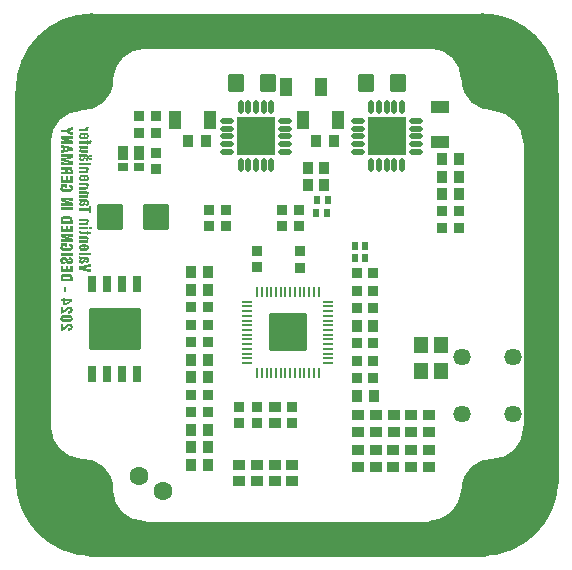
<source format=gbs>
G04 Layer: BottomSolderMaskLayer*
G04 EasyEDA Pro v2.2.28.1, 2024-10-13 15:23:24*
G04 Gerber Generator version 0.3*
G04 Scale: 100 percent, Rotated: No, Reflected: No*
G04 Dimensions in millimeters*
G04 Leading zeros omitted, absolute positions, 3 integers and 5 decimals*
%FSLAX35Y35*%
%MOMM*%
%AMRoundRect*1,1,$1,$2,$3*1,1,$1,$4,$5*1,1,$1,0-$2,0-$3*1,1,$1,0-$4,0-$5*20,1,$1,$2,$3,$4,$5,0*20,1,$1,$4,$5,0-$2,0-$3,0*20,1,$1,0-$2,0-$3,0-$4,0-$5,0*20,1,$1,0-$4,0-$5,$2,$3,0*4,1,4,$2,$3,$4,$5,0-$2,0-$3,0-$4,0-$5,$2,$3,0*%
%ADD10C,3.0*%
%ADD11C,0.3*%
%ADD12C,1.602*%
%ADD13C,5.302*%
%ADD14RoundRect,0.0956X-1.03721X1.03221X1.03721X1.03221*%
%ADD15R,1.0591X1.6*%
%ADD16R,1.05X1.6*%
%ADD17R,1.6X1.05*%
%ADD18R,1.05X1.6*%
%ADD19O,1.18859X0.46561*%
%ADD20O,0.46561X1.18859*%
%ADD21RoundRect,0.09852X1.57654X-1.57654X-1.57654X-1.57654*%
%ADD22RoundRect,0.08875X-0.30643X0.60642X0.30643X0.60642*%
%ADD23RoundRect,0.09874X2.15143X1.70143X2.15143X-1.70143*%
%ADD24RoundRect,0.09091X0.40535X-0.38635X-0.40535X-0.38635*%
%ADD25RoundRect,0.09091X0.38635X0.40535X0.38635X-0.40535*%
%ADD26RoundRect,0.09091X-0.38635X-0.40535X-0.38635X0.40535*%
%ADD27RoundRect,0.09091X-0.40535X0.38635X0.40535X0.38635*%
%ADD28RoundRect,0.09131X0.40514X-0.45514X-0.40514X-0.45514*%
%ADD29RoundRect,0.09131X-0.40514X0.45514X0.40514X0.45514*%
%ADD30RoundRect,0.09131X-0.45514X-0.40514X-0.45514X0.40514*%
%ADD31RoundRect,0.09131X0.45514X0.40514X0.45514X-0.40514*%
%ADD32RoundRect,0.0858X0.2329X-0.2579X-0.2329X-0.2579*%
%ADD33RoundRect,0.0858X-0.2329X0.2579X0.2329X0.2579*%
%ADD34RoundRect,0.09138X-0.40835X0.43712X0.40835X0.43712*%
%ADD35R,1.2X1.4*%
%ADD36RoundRect,0.09131X0.40519X0.52965X0.40519X-0.52965*%
%ADD37RoundRect,0.0895X0.4061X0.33117X0.4061X-0.33117*%
%ADD38RoundRect,0.09131X0.40519X0.52965X0.40519X-0.52965*%
%ADD39RoundRect,0.0895X0.4061X0.33117X0.4061X-0.33117*%
%ADD40RoundRect,0.09424X-0.60368X0.70368X0.60368X0.70368*%
%ADD41C,1.46*%
%ADD42RoundRect,0.1X0.05X0.3875X0.05X-0.3875*%
%ADD43RoundRect,0.1X0.3875X0.05X0.3875X-0.05*%
%ADD44RoundRect,0.288X1.456X1.456X1.456X-1.456*%
G75*


G04 Text Start*
G36*
G01X-3899447Y-899363D02*
G01X-3900674Y-899363D01*
G01X-3900674Y-838817D01*
G01X-3881038Y-838817D01*
G01X-3881038Y-872363D01*
G01X-3880219Y-872158D01*
G01X-3878788Y-871545D01*
G01X-3877151Y-870726D01*
G01X-3875719Y-869908D01*
G01X-3872856Y-867863D01*
G01X-3869788Y-865408D01*
G01X-3868765Y-864386D01*
G01X-3866719Y-862749D01*
G01X-3856492Y-852522D01*
G01X-3853629Y-850067D01*
G01X-3852606Y-849045D01*
G01X-3850969Y-847817D01*
G01X-3849128Y-846386D01*
G01X-3845447Y-843931D01*
G01X-3843606Y-842908D01*
G01X-3841969Y-842090D01*
G01X-3840128Y-841272D01*
G01X-3838083Y-840454D01*
G01X-3836038Y-839840D01*
G01X-3834197Y-839431D01*
G01X-3831742Y-839022D01*
G01X-3828060Y-838613D01*
G01X-3825197Y-838408D01*
G01X-3823560Y-838613D01*
G01X-3819879Y-839022D01*
G01X-3817833Y-839636D01*
G01X-3815174Y-840454D01*
G01X-3812924Y-841272D01*
G01X-3811083Y-842295D01*
G01X-3809242Y-843522D01*
G01X-3807810Y-844749D01*
G01X-3804742Y-847817D01*
G01X-3803924Y-848840D01*
G01X-3803106Y-850272D01*
G01X-3802083Y-852113D01*
G01X-3801265Y-853749D01*
G01X-3800651Y-855386D01*
G01X-3800038Y-857226D01*
G01X-3799424Y-859886D01*
G01X-3799015Y-862340D01*
G01X-3798810Y-868067D01*
G01X-3799015Y-873795D01*
G01X-3799424Y-876045D01*
G01X-3800038Y-878499D01*
G01X-3801265Y-881772D01*
G01X-3802083Y-883613D01*
G01X-3802901Y-885045D01*
G01X-3803924Y-886477D01*
G01X-3805151Y-887908D01*
G01X-3808219Y-890976D01*
G01X-3809447Y-891999D01*
G01X-3811083Y-893022D01*
G01X-3812924Y-894045D01*
G01X-3814560Y-894863D01*
G01X-3815992Y-895476D01*
G01X-3817629Y-896090D01*
G01X-3819674Y-896704D01*
G01X-3821515Y-897113D01*
G01X-3823560Y-897522D01*
G01X-3826015Y-897931D01*
G01X-3829287Y-898136D01*
G01X-3832151Y-898340D01*
G01X-3833788Y-898545D01*
G01X-3834810Y-898545D01*
G01X-3834810Y-877272D01*
G01X-3831333Y-877272D01*
G01X-3827242Y-877067D01*
G01X-3824378Y-876658D01*
G01X-3822742Y-876249D01*
G01X-3821106Y-875636D01*
G01X-3819879Y-875022D01*
G01X-3818856Y-874408D01*
G01X-3817629Y-872976D01*
G01X-3816606Y-870726D01*
G01X-3816197Y-868885D01*
G01X-3815992Y-867454D01*
G01X-3816401Y-865817D01*
G01X-3817219Y-864181D01*
G01X-3818651Y-862749D01*
G01X-3820697Y-861726D01*
G01X-3823560Y-861113D01*
G01X-3827242Y-860908D01*
G01X-3829697Y-861113D01*
G01X-3833992Y-862545D01*
G01X-3835833Y-863363D01*
G01X-3838697Y-864999D01*
G01X-3839924Y-865817D01*
G01X-3842788Y-867863D01*
G01X-3844424Y-869090D01*
G01X-3845856Y-870317D01*
G01X-3846879Y-871135D01*
G01X-3851992Y-876249D01*
G01X-3854038Y-877885D01*
G01X-3857106Y-880954D01*
G01X-3858742Y-882181D01*
G01X-3862833Y-885454D01*
G01X-3864674Y-886885D01*
G01X-3870197Y-890567D01*
G01X-3873878Y-892408D01*
G01X-3875310Y-893227D01*
G01X-3876947Y-894045D01*
G01X-3878992Y-894863D01*
G01X-3880833Y-895681D01*
G01X-3882470Y-896295D01*
G01X-3884106Y-896704D01*
G01X-3885947Y-897317D01*
G01X-3888606Y-897931D01*
G01X-3890651Y-898340D01*
G01X-3893106Y-898749D01*
G01X-3895969Y-898954D01*
G01X-3897606Y-899158D01*
G01X-3899447Y-899363D01*
G37*
G36*
G01X-3834606Y-825931D02*
G01X-3851583Y-826136D01*
G01X-3868560Y-825931D01*
G01X-3875106Y-825522D01*
G01X-3878788Y-825113D01*
G01X-3883288Y-824295D01*
G01X-3885333Y-823681D01*
G01X-3887787Y-822863D01*
G01X-3889424Y-822045D01*
G01X-3891060Y-821022D01*
G01X-3892492Y-819999D01*
G01X-3893515Y-819181D01*
G01X-3895560Y-817136D01*
G01X-3896379Y-816113D01*
G01X-3896992Y-815090D01*
G01X-3898015Y-813658D01*
G01X-3899242Y-811613D01*
G01X-3900060Y-809772D01*
G01X-3900674Y-808340D01*
G01X-3901288Y-806499D01*
G01X-3901697Y-804658D01*
G01X-3902515Y-801385D01*
G01X-3902712Y-795863D01*
G01X-3884719Y-795863D01*
G01X-3884515Y-797704D01*
G01X-3884106Y-798726D01*
G01X-3883288Y-799954D01*
G01X-3881856Y-800977D01*
G01X-3879606Y-801999D01*
G01X-3876333Y-802613D01*
G01X-3872651Y-803022D01*
G01X-3867742Y-803226D01*
G01X-3867742Y-803226D01*
G01X-3864060Y-803431D01*
G01X-3850151Y-803635D01*
G01X-3836242Y-803431D01*
G01X-3827651Y-803022D01*
G01X-3823969Y-802613D01*
G01X-3822128Y-802204D01*
G01X-3820288Y-801590D01*
G01X-3819060Y-800772D01*
G01X-3818038Y-799749D01*
G01X-3817219Y-798317D01*
G01X-3816810Y-795249D01*
G01X-3817219Y-792386D01*
G01X-3818038Y-791158D01*
G01X-3819469Y-790136D01*
G01X-3821106Y-789317D01*
G01X-3823356Y-788704D01*
G01X-3825606Y-788295D01*
G01X-3829697Y-787886D01*
G01X-3851174Y-787681D01*
G01X-3872651Y-787886D01*
G01X-3876742Y-788295D01*
G01X-3878788Y-788704D01*
G01X-3880833Y-789317D01*
G01X-3882060Y-790136D01*
G01X-3883288Y-791363D01*
G01X-3884310Y-793204D01*
G01X-3884719Y-795863D01*
G01X-3902712Y-795863D01*
G01X-3902719Y-795658D01*
G01X-3902515Y-789931D01*
G01X-3902106Y-787681D01*
G01X-3901492Y-785227D01*
G01X-3900265Y-781545D01*
G01X-3899447Y-779908D01*
G01X-3897810Y-777045D01*
G01X-3896583Y-775204D01*
G01X-3894947Y-773158D01*
G01X-3893310Y-771726D01*
G01X-3892083Y-770908D01*
G01X-3891060Y-770090D01*
G01X-3889833Y-769272D01*
G01X-3887992Y-768454D01*
G01X-3885947Y-767635D01*
G01X-3883492Y-767022D01*
G01X-3881242Y-766613D01*
G01X-3878788Y-766204D01*
G01X-3875924Y-765795D01*
G01X-3873470Y-765590D01*
G01X-3871424Y-765386D01*
G01X-3863651Y-764976D01*
G01X-3848720Y-764772D01*
G01X-3833788Y-764976D01*
G01X-3827242Y-765386D01*
G01X-3823560Y-765795D01*
G01X-3819060Y-766613D01*
G01X-3817015Y-767227D01*
G01X-3814765Y-768045D01*
G01X-3812924Y-768863D01*
G01X-3811083Y-769885D01*
G01X-3809242Y-771113D01*
G01X-3807810Y-772340D01*
G01X-3806788Y-773363D01*
G01X-3805560Y-774795D01*
G01X-3803515Y-777658D01*
G01X-3802288Y-779704D01*
G01X-3801469Y-781545D01*
G01X-3800856Y-783181D01*
G01X-3800242Y-785227D01*
G01X-3799833Y-787067D01*
G01X-3799424Y-789113D01*
G01X-3799015Y-791567D01*
G01X-3798810Y-796272D01*
G01X-3799015Y-800567D01*
G01X-3799424Y-803431D01*
G01X-3800242Y-806704D01*
G01X-3800856Y-808340D01*
G01X-3801674Y-810385D01*
G01X-3802697Y-812226D01*
G01X-3803719Y-813863D01*
G01X-3804538Y-815090D01*
G01X-3805356Y-816113D01*
G01X-3808424Y-819181D01*
G01X-3810060Y-820408D01*
G01X-3812106Y-821636D01*
G01X-3813742Y-822454D01*
G01X-3815378Y-823067D01*
G01X-3817219Y-823681D01*
G01X-3819674Y-824295D01*
G01X-3821924Y-824704D01*
G01X-3824378Y-825113D01*
G01X-3828060Y-825522D01*
G01X-3831947Y-825727D01*
G01X-3834606Y-825931D01*
G37*
G36*
G01X-3894947Y-754136D02*
G01X-3896787Y-754340D01*
G01X-3899038Y-754545D01*
G01X-3900674Y-754545D01*
G01X-3900674Y-693999D01*
G01X-3881038Y-693999D01*
G01X-3881038Y-727545D01*
G01X-3880015Y-727340D01*
G01X-3878174Y-726522D01*
G01X-3874901Y-724477D01*
G01X-3873470Y-723454D01*
G01X-3870197Y-720999D01*
G01X-3869174Y-719976D01*
G01X-3867128Y-718340D01*
G01X-3856901Y-708113D01*
G01X-3854447Y-706067D01*
G01X-3853424Y-705045D01*
G01X-3849333Y-701772D01*
G01X-3847901Y-700749D01*
G01X-3846060Y-699522D01*
G01X-3844015Y-698295D01*
G01X-3841969Y-697272D01*
G01X-3839924Y-696454D01*
G01X-3837674Y-695636D01*
G01X-3835015Y-694817D01*
G01X-3832765Y-694408D01*
G01X-3831333Y-694204D01*
G01X-3826833Y-693795D01*
G01X-3825197Y-693795D01*
G01X-3822538Y-693999D01*
G01X-3820288Y-694204D01*
G01X-3818447Y-694613D01*
G01X-3816401Y-695226D01*
G01X-3814765Y-695840D01*
G01X-3812924Y-696658D01*
G01X-3810879Y-697681D01*
G01X-3809447Y-698704D01*
G01X-3807401Y-700340D01*
G01X-3805356Y-702385D01*
G01X-3804538Y-703408D01*
G01X-3803515Y-704840D01*
G01X-3802492Y-706476D01*
G01X-3801674Y-708113D01*
G01X-3800856Y-709954D01*
G01X-3800242Y-711795D01*
G01X-3799833Y-713431D01*
G01X-3799015Y-717522D01*
G01X-3798810Y-723249D01*
G01X-3799015Y-728976D01*
G01X-3799424Y-731226D01*
G01X-3800038Y-733681D01*
G01X-3800651Y-735522D01*
G01X-3801265Y-737158D01*
G01X-3802083Y-738795D01*
G01X-3802901Y-740226D01*
G01X-3803924Y-741658D01*
G01X-3805151Y-743090D01*
G01X-3806788Y-745136D01*
G01X-3808424Y-746363D01*
G01X-3810265Y-747795D01*
G01X-3812106Y-748817D01*
G01X-3815378Y-750454D01*
G01X-3817424Y-751272D01*
G01X-3819674Y-751885D01*
G01X-3821515Y-752295D01*
G01X-3823151Y-752704D01*
G01X-3825606Y-753113D01*
G01X-3828265Y-753317D01*
G01X-3830106Y-753522D01*
G01X-3832765Y-753726D01*
G01X-3834810Y-753726D01*
G01X-3834810Y-732454D01*
G01X-3831128Y-732454D01*
G01X-3826833Y-732249D01*
G01X-3823969Y-731840D01*
G01X-3822128Y-731226D01*
G01X-3820083Y-730408D01*
G01X-3818447Y-729181D01*
G01X-3817219Y-727545D01*
G01X-3816401Y-725295D01*
G01X-3815992Y-723045D01*
G01X-3816197Y-721613D01*
G01X-3816810Y-719976D01*
G01X-3817833Y-718545D01*
G01X-3819060Y-717727D01*
G01X-3820901Y-716908D01*
G01X-3823969Y-716295D01*
G01X-3827242Y-716090D01*
G01X-3829287Y-716295D01*
G01X-3830924Y-716704D01*
G01X-3832765Y-717317D01*
G01X-3836447Y-718954D01*
G01X-3837879Y-719772D01*
G01X-3839515Y-720795D01*
G01X-3841356Y-722022D01*
G01X-3842788Y-723045D01*
G01X-3844833Y-724681D01*
G01X-3845856Y-725704D01*
G01X-3847901Y-727340D01*
G01X-3851992Y-731431D01*
G01X-3854856Y-733886D01*
G01X-3856901Y-735931D01*
G01X-3859765Y-738386D01*
G01X-3864878Y-742477D01*
G01X-3866106Y-743090D01*
G01X-3867742Y-744113D01*
G01X-3869583Y-745340D01*
G01X-3871424Y-746363D01*
G01X-3874288Y-747999D01*
G01X-3875924Y-748817D01*
G01X-3877765Y-749636D01*
G01X-3881856Y-751272D01*
G01X-3884310Y-752090D01*
G01X-3886560Y-752704D01*
G01X-3888197Y-753113D01*
G01X-3890242Y-753522D01*
G01X-3892697Y-753931D01*
G01X-3894947Y-754136D01*
G37*
G36*
G01X-3872447Y-682954D02*
G01X-3881447Y-682954D01*
G01X-3881447Y-649408D01*
G01X-3900674Y-649408D01*
G01X-3900674Y-646545D01*
G01X-3863856Y-646545D01*
G01X-3863856Y-655545D01*
G01X-3863651Y-664749D01*
G01X-3862629Y-664749D01*
G01X-3861197Y-664136D01*
G01X-3857515Y-662499D01*
G01X-3855878Y-661681D01*
G01X-3853833Y-660863D01*
G01X-3852197Y-660045D01*
G01X-3848515Y-658408D01*
G01X-3846879Y-657590D01*
G01X-3844833Y-656772D01*
G01X-3843197Y-655954D01*
G01X-3839515Y-654317D01*
G01X-3837879Y-653499D01*
G01X-3835833Y-652681D01*
G01X-3834197Y-651863D01*
G01X-3831333Y-650635D01*
G01X-3829697Y-649817D01*
G01X-3827651Y-648999D01*
G01X-3826015Y-648181D01*
G01X-3824583Y-647363D01*
G01X-3824123Y-647005D01*
G01X-3824378Y-646749D01*
G01X-3844424Y-646545D01*
G01X-3863856Y-646545D01*
G01X-3863856Y-646545D01*
G01X-3900674Y-646545D01*
G01X-3900674Y-627726D01*
G01X-3881447Y-627726D01*
G01X-3881447Y-619136D01*
G01X-3880424Y-618931D01*
G01X-3871629Y-618726D01*
G01X-3863856Y-618726D01*
G01X-3863856Y-627726D01*
G01X-3800447Y-627726D01*
G01X-3800447Y-650635D01*
G01X-3801469Y-651045D01*
G01X-3808015Y-654317D01*
G01X-3811697Y-656363D01*
G01X-3818242Y-659635D01*
G01X-3821106Y-661272D01*
G01X-3827651Y-664545D01*
G01X-3831333Y-666590D01*
G01X-3837879Y-669863D01*
G01X-3841560Y-671908D01*
G01X-3848106Y-675181D01*
G01X-3851788Y-677226D01*
G01X-3858333Y-680499D01*
G01X-3860174Y-681522D01*
G01X-3862219Y-682545D01*
G01X-3872447Y-682954D01*
G37*
G36*
G01X-3852401Y-572499D02*
G01X-3872856Y-572499D01*
G01X-3872856Y-531590D01*
G01X-3852401Y-531590D01*
G01X-3852401Y-572499D01*
G37*
G36*
G01X-3799219Y-481272D02*
G01X-3900674Y-481272D01*
G01X-3900674Y-463477D01*
G01X-3900588Y-455704D01*
G01X-3882470Y-455704D01*
G01X-3882060Y-457135D01*
G01X-3849947Y-457545D01*
G01X-3818038Y-457545D01*
G01X-3818038Y-454681D01*
G01X-3818242Y-451204D01*
G01X-3818651Y-449158D01*
G01X-3819265Y-447113D01*
G01X-3820288Y-445476D01*
G01X-3821719Y-444045D01*
G01X-3823151Y-443226D01*
G01X-3825197Y-442408D01*
G01X-3827447Y-441999D01*
G01X-3828879Y-441795D01*
G01X-3837060Y-441386D01*
G01X-3849742Y-441181D01*
G01X-3862424Y-441386D01*
G01X-3871833Y-441795D01*
G01X-3875106Y-442204D01*
G01X-3876742Y-442818D01*
G01X-3878788Y-444045D01*
G01X-3880424Y-445886D01*
G01X-3881447Y-447931D01*
G01X-3882060Y-450386D01*
G01X-3882470Y-453249D01*
G01X-3882470Y-455704D01*
G01X-3882470Y-455704D01*
G01X-3900588Y-455704D01*
G01X-3900469Y-445067D01*
G01X-3900060Y-441386D01*
G01X-3899651Y-438522D01*
G01X-3898833Y-435249D01*
G01X-3898220Y-433613D01*
G01X-3897401Y-431772D01*
G01X-3896379Y-429931D01*
G01X-3894947Y-427886D01*
G01X-3893310Y-425840D01*
G01X-3891878Y-424613D01*
G01X-3889833Y-422977D01*
G01X-3885333Y-420727D01*
G01X-3883697Y-420113D01*
G01X-3881856Y-419499D01*
G01X-3880219Y-419090D01*
G01X-3878788Y-418886D01*
G01X-3877151Y-418476D01*
G01X-3875310Y-418272D01*
G01X-3873878Y-418067D01*
G01X-3869379Y-417658D01*
G01X-3859151Y-417249D01*
G01X-3849538Y-417045D01*
G01X-3839924Y-417249D01*
G01X-3829697Y-417658D01*
G01X-3824788Y-418067D01*
G01X-3821924Y-418476D01*
G01X-3820288Y-418886D01*
G01X-3818038Y-419499D01*
G01X-3815583Y-420317D01*
G01X-3813742Y-421136D01*
G01X-3812106Y-421954D01*
G01X-3810060Y-423181D01*
G01X-3808015Y-424817D01*
G01X-3806583Y-426249D01*
G01X-3805356Y-427886D01*
G01X-3803924Y-429931D01*
G01X-3802901Y-431977D01*
G01X-3802083Y-433818D01*
G01X-3801469Y-435863D01*
G01X-3801060Y-437704D01*
G01X-3800651Y-439340D01*
G01X-3800242Y-441795D01*
G01X-3800038Y-444045D01*
G01X-3799833Y-445476D01*
G01X-3799424Y-453249D01*
G01X-3799219Y-467568D01*
G01X-3799219Y-481272D01*
G37*
G36*
G01X-3799424Y-348522D02*
G01X-3799219Y-376136D01*
G01X-3799219Y-402726D01*
G01X-3900674Y-402726D01*
G01X-3900674Y-347499D01*
G01X-3880219Y-347499D01*
G01X-3880219Y-378999D01*
G01X-3858128Y-378999D01*
G01X-3858128Y-349954D01*
G01X-3837674Y-349954D01*
G01X-3837674Y-378999D01*
G01X-3818856Y-378999D01*
G01X-3818856Y-347499D01*
G01X-3799628Y-347499D01*
G01X-3799424Y-348522D01*
G37*
G36*
G01X-3867333Y-335840D02*
G01X-3872651Y-336045D01*
G01X-3877560Y-335840D01*
G01X-3880424Y-335431D01*
G01X-3882470Y-335022D01*
G01X-3884719Y-334408D01*
G01X-3886560Y-333795D01*
G01X-3888197Y-333181D01*
G01X-3889833Y-332363D01*
G01X-3891265Y-331545D01*
G01X-3892697Y-330522D01*
G01X-3894129Y-329295D01*
G01X-3895151Y-328477D01*
G01X-3895969Y-327658D01*
G01X-3896787Y-326636D01*
G01X-3897810Y-325408D01*
G01X-3898628Y-323976D01*
G01X-3899651Y-322340D01*
G01X-3900469Y-320499D01*
G01X-3901083Y-318863D01*
G01X-3901697Y-316818D01*
G01X-3902106Y-314977D01*
G01X-3902719Y-312727D01*
G01X-3903129Y-305363D01*
G01X-3902924Y-299022D01*
G01X-3902515Y-296772D01*
G01X-3901901Y-294317D01*
G01X-3901288Y-292476D01*
G01X-3900674Y-290840D01*
G01X-3899856Y-289204D01*
G01X-3898833Y-287363D01*
G01X-3897810Y-285931D01*
G01X-3896583Y-284295D01*
G01X-3895151Y-282863D01*
G01X-3893106Y-281227D01*
G01X-3891469Y-279999D01*
G01X-3889424Y-278772D01*
G01X-3887787Y-277954D01*
G01X-3886356Y-277340D01*
G01X-3884719Y-276726D01*
G01X-3882470Y-276113D01*
G01X-3878379Y-275295D01*
G01X-3876128Y-275090D01*
G01X-3874697Y-274886D01*
G01X-3871219Y-274681D01*
G01X-3867742Y-274886D01*
G01X-3864470Y-275295D01*
G01X-3862629Y-275704D01*
G01X-3860583Y-276317D01*
G01X-3858742Y-276931D01*
G01X-3857106Y-277545D01*
G01X-3855469Y-278363D01*
G01X-3853424Y-279590D01*
G01X-3851788Y-280817D01*
G01X-3849742Y-282863D01*
G01X-3846674Y-286545D01*
G01X-3845856Y-287772D01*
G01X-3845038Y-288795D01*
G01X-3844015Y-290226D01*
G01X-3840333Y-295749D01*
G01X-3839106Y-297795D01*
G01X-3835424Y-303317D01*
G01X-3834401Y-304749D01*
G01X-3833174Y-306386D01*
G01X-3830720Y-308840D01*
G01X-3829287Y-310067D01*
G01X-3827651Y-311090D01*
G01X-3826015Y-311908D01*
G01X-3824174Y-312317D01*
G01X-3822947Y-312522D01*
G01X-3821924Y-312522D01*
G01X-3820492Y-312317D01*
G01X-3818856Y-311908D01*
G01X-3817424Y-311090D01*
G01X-3816401Y-310067D01*
G01X-3815583Y-309045D01*
G01X-3814765Y-307204D01*
G01X-3814356Y-304749D01*
G01X-3814560Y-303113D01*
G01X-3815174Y-301681D01*
G01X-3816197Y-300454D01*
G01X-3817219Y-299431D01*
G01X-3818447Y-298613D01*
G01X-3820083Y-297999D01*
G01X-3821719Y-297590D01*
G01X-3823151Y-297385D01*
G01X-3827242Y-296977D01*
G01X-3828469Y-296567D01*
G01X-3828930Y-293857D01*
G01X-3829083Y-286136D01*
G01X-3829083Y-275908D01*
G01X-3828060Y-275704D01*
G01X-3824788Y-275499D01*
G01X-3821924Y-275704D01*
G01X-3818242Y-276113D01*
G01X-3814970Y-276931D01*
G01X-3813333Y-277545D01*
G01X-3811288Y-278363D01*
G01X-3809651Y-279181D01*
G01X-3808015Y-280204D01*
G01X-3806583Y-281431D01*
G01X-3804538Y-283068D01*
G01X-3803310Y-284704D01*
G01X-3801879Y-286545D01*
G01X-3800856Y-288386D01*
G01X-3800038Y-290022D01*
G01X-3799219Y-291863D01*
G01X-3798401Y-294522D01*
G01X-3797788Y-297385D01*
G01X-3797378Y-299840D01*
G01X-3797174Y-306181D01*
G01X-3797378Y-312113D01*
G01X-3798197Y-315795D01*
G01X-3798810Y-317636D01*
G01X-3799628Y-319681D01*
G01X-3800651Y-321522D01*
G01X-3801879Y-323567D01*
G01X-3802901Y-324999D01*
G01X-3803719Y-326022D01*
G01X-3805765Y-328067D01*
G01X-3806788Y-328886D01*
G01X-3807810Y-329499D01*
G01X-3809242Y-330522D01*
G01X-3812924Y-332363D01*
G01X-3814765Y-332976D01*
G01X-3816606Y-333386D01*
G01X-3818242Y-333795D01*
G01X-3820288Y-334204D01*
G01X-3822947Y-334408D01*
G01X-3824992Y-334613D01*
G01X-3826015Y-334613D01*
G01X-3831333Y-334204D01*
G01X-3833378Y-333795D01*
G01X-3835629Y-333181D01*
G01X-3839310Y-331954D01*
G01X-3842992Y-329908D01*
G01X-3844219Y-329090D01*
G01X-3845242Y-328272D01*
G01X-3847288Y-326226D01*
G01X-3850356Y-322545D01*
G01X-3851174Y-321317D01*
G01X-3851992Y-320295D01*
G01X-3854447Y-317022D01*
G01X-3855469Y-315590D01*
G01X-3859151Y-310067D01*
G01X-3862015Y-305977D01*
G01X-3863037Y-304545D01*
G01X-3863856Y-303522D01*
G01X-3865901Y-301476D01*
G01X-3867333Y-300249D01*
G01X-3868969Y-299226D01*
G01X-3870606Y-298408D01*
G01X-3872242Y-297795D01*
G01X-3874492Y-297385D01*
G01X-3876742Y-297385D01*
G01X-3878583Y-297795D01*
G01X-3880833Y-298613D01*
G01X-3882470Y-299636D01*
G01X-3883492Y-301067D01*
G01X-3884310Y-302908D01*
G01X-3884719Y-305567D01*
G01X-3884310Y-308226D01*
G01X-3883697Y-309658D01*
G01X-3882878Y-310681D01*
G01X-3881856Y-311704D01*
G01X-3880424Y-312522D01*
G01X-3877151Y-313340D01*
G01X-3875106Y-313749D01*
G01X-3870197Y-313954D01*
G01X-3866310Y-313954D01*
G01X-3866310Y-335636D01*
G01X-3867333Y-335840D01*
G37*
G36*
G01X-3799219Y-261999D02*
G01X-3900674Y-261999D01*
G01X-3900674Y-238272D01*
G01X-3799219Y-238272D01*
G01X-3799219Y-261999D01*
G37*
G36*
G01X-3835424Y-223340D02*
G01X-3850151Y-223545D01*
G01X-3864878Y-223340D01*
G01X-3871015Y-222931D01*
G01X-3874697Y-222522D01*
G01X-3877560Y-222113D01*
G01X-3881242Y-221295D01*
G01X-3883083Y-220681D01*
G01X-3885333Y-219863D01*
G01X-3887379Y-219045D01*
G01X-3889219Y-218022D01*
G01X-3890856Y-216999D01*
G01X-3892083Y-216181D01*
G01X-3893106Y-215363D01*
G01X-3896174Y-212295D01*
G01X-3897197Y-210863D01*
G01X-3898424Y-209022D01*
G01X-3899447Y-207386D01*
G01X-3900265Y-205545D01*
G01X-3901083Y-203499D01*
G01X-3901697Y-201249D01*
G01X-3902106Y-199204D01*
G01X-3902515Y-197568D01*
G01X-3902719Y-194295D01*
G01X-3902515Y-191431D01*
G01X-3902310Y-189999D01*
G01X-3901901Y-188363D01*
G01X-3901288Y-186522D01*
G01X-3900674Y-184886D01*
G01X-3899856Y-183249D01*
G01X-3899038Y-181818D01*
G01X-3896583Y-178749D01*
G01X-3895765Y-177317D01*
G01X-3895356Y-176499D01*
G01X-3897197Y-176295D01*
G01X-3899651Y-175886D01*
G01X-3900469Y-175067D01*
G01X-3900674Y-166886D01*
G01X-3900674Y-159317D01*
G01X-3845447Y-159317D01*
G01X-3845447Y-191636D01*
G01X-3863037Y-191636D01*
G01X-3863037Y-182226D01*
G01X-3868356Y-182226D01*
G01X-3874288Y-182431D01*
G01X-3877151Y-182840D01*
G01X-3878992Y-183454D01*
G01X-3881038Y-184477D01*
G01X-3882470Y-185499D01*
G01X-3883288Y-186522D01*
G01X-3883901Y-187954D01*
G01X-3884310Y-189590D01*
G01X-3884515Y-191022D01*
G01X-3884515Y-192249D01*
G01X-3884106Y-193886D01*
G01X-3883083Y-195931D01*
G01X-3881447Y-197158D01*
G01X-3880015Y-197772D01*
G01X-3877969Y-198386D01*
G01X-3875924Y-198795D01*
G01X-3872242Y-199204D01*
G01X-3864470Y-199613D01*
G01X-3849538Y-199817D01*
G01X-3834606Y-199613D01*
G01X-3826833Y-199204D01*
G01X-3823151Y-198795D01*
G01X-3821515Y-198386D01*
G01X-3819879Y-197772D01*
G01X-3818447Y-196954D01*
G01X-3817015Y-195522D01*
G01X-3815992Y-193272D01*
G01X-3815583Y-190408D01*
G01X-3815992Y-188158D01*
G01X-3816810Y-186727D01*
G01X-3818038Y-185499D01*
G01X-3819674Y-184681D01*
G01X-3821924Y-183863D01*
G01X-3824378Y-183454D01*
G01X-3826015Y-183249D01*
G01X-3829901Y-183045D01*
G01X-3833174Y-183045D01*
G01X-3833174Y-160545D01*
G01X-3831947Y-160545D01*
G01X-3828265Y-160136D01*
G01X-3826424Y-160340D01*
G01X-3821106Y-160749D01*
G01X-3817015Y-161567D01*
G01X-3812719Y-162999D01*
G01X-3810879Y-163818D01*
G01X-3809447Y-164636D01*
G01X-3807810Y-165658D01*
G01X-3806378Y-166681D01*
G01X-3803310Y-169749D01*
G01X-3802288Y-171181D01*
G01X-3801060Y-173022D01*
G01X-3800038Y-175067D01*
G01X-3799219Y-176908D01*
G01X-3798606Y-178749D01*
G01X-3798197Y-180386D01*
G01X-3797788Y-182431D01*
G01X-3797378Y-184886D01*
G01X-3797174Y-191022D01*
G01X-3797378Y-196749D01*
G01X-3797788Y-199613D01*
G01X-3798401Y-201454D01*
G01X-3799015Y-203499D01*
G01X-3799628Y-205136D01*
G01X-3800447Y-206976D01*
G01X-3801469Y-208817D01*
G01X-3802492Y-210454D01*
G01X-3803515Y-211681D01*
G01X-3805151Y-213727D01*
G01X-3806174Y-214749D01*
G01X-3807401Y-215772D01*
G01X-3808628Y-216590D01*
G01X-3809651Y-217408D01*
G01X-3810879Y-218227D01*
G01X-3812515Y-219045D01*
G01X-3814560Y-219863D01*
G01X-3817015Y-220681D01*
G01X-3819469Y-221295D01*
G01X-3821515Y-221704D01*
G01X-3826424Y-222522D01*
G01X-3828469Y-222727D01*
G01X-3830106Y-222931D01*
G01X-3835424Y-223340D01*
G37*
G36*
G01X-3799219Y-143772D02*
G01X-3900674Y-143772D01*
G01X-3900674Y-122499D01*
G01X-3887992Y-122499D01*
G01X-3874697Y-122704D01*
G01X-3863651Y-123113D01*
G01X-3856697Y-123522D01*
G01X-3850969Y-123931D01*
G01X-3846060Y-124340D01*
G01X-3841560Y-124749D01*
G01X-3840128Y-124954D01*
G01X-3839566Y-124851D01*
G01X-3839515Y-124545D01*
G01X-3840742Y-123931D01*
G01X-3842583Y-123318D01*
G01X-3850765Y-120863D01*
G01X-3852606Y-120249D01*
G01X-3854242Y-119840D01*
G01X-3858538Y-118408D01*
G01X-3860788Y-117795D01*
G01X-3862629Y-117181D01*
G01X-3866719Y-115954D01*
G01X-3868560Y-115340D01*
G01X-3870197Y-114931D01*
G01X-3872038Y-114318D01*
G01X-3898628Y-106136D01*
G01X-3900265Y-105318D01*
G01X-3900674Y-92840D01*
G01X-3900674Y-80772D01*
G01X-3799219Y-80772D01*
G01X-3799219Y-101636D01*
G01X-3814356Y-101636D01*
G01X-3830106Y-101431D01*
G01X-3838697Y-101022D01*
G01X-3845651Y-100613D01*
G01X-3857924Y-99795D01*
G01X-3859356Y-99590D01*
G01X-3859918Y-99692D01*
G01X-3859969Y-99999D01*
G01X-3858538Y-100613D01*
G01X-3856492Y-101227D01*
G01X-3854651Y-101840D01*
G01X-3853015Y-102249D01*
G01X-3846265Y-104499D01*
G01X-3844015Y-105113D01*
G01X-3840333Y-106340D01*
G01X-3838697Y-106749D01*
G01X-3831947Y-108999D01*
G01X-3829697Y-109613D01*
G01X-3824174Y-111454D01*
G01X-3820083Y-112681D01*
G01X-3818242Y-113295D01*
G01X-3816606Y-113704D01*
G01X-3809856Y-115954D01*
G01X-3807606Y-116567D01*
G01X-3802083Y-118408D01*
G01X-3800447Y-119022D01*
G01X-3799782Y-119431D01*
G01X-3799424Y-120249D01*
G01X-3799219Y-132522D01*
G01X-3799219Y-143772D01*
G37*
G36*
G01X-3799424Y-9795D02*
G01X-3799219Y-37408D01*
G01X-3799219Y-63999D01*
G01X-3900674Y-63999D01*
G01X-3900674Y-8772D01*
G01X-3880219Y-8772D01*
G01X-3880219Y-40272D01*
G01X-3858128Y-40272D01*
G01X-3858128Y-11227D01*
G01X-3837674Y-11227D01*
G01X-3837674Y-40272D01*
G01X-3818856Y-40272D01*
G01X-3818856Y-8772D01*
G01X-3799628Y-8772D01*
G01X-3799424Y-9795D01*
G37*
G36*
G01X-3799219Y5955D02*
G01X-3900674Y5955D01*
G01X-3900674Y23955D01*
G01X-3900593Y31319D01*
G01X-3882470Y31319D01*
G01X-3882060Y30092D01*
G01X-3849947Y29682D01*
G01X-3818038Y29682D01*
G01X-3818038Y32546D01*
G01X-3818242Y36024D01*
G01X-3818651Y38069D01*
G01X-3819265Y40114D01*
G01X-3820083Y41546D01*
G01X-3821106Y42773D01*
G01X-3822128Y43592D01*
G01X-3823560Y44410D01*
G01X-3826015Y45024D01*
G01X-3828060Y45432D01*
G01X-3833378Y45842D01*
G01X-3849947Y46046D01*
G01X-3866515Y45842D01*
G01X-3872651Y45432D01*
G01X-3875515Y45024D01*
G01X-3877151Y44410D01*
G01X-3878583Y43387D01*
G01X-3879606Y42364D01*
G01X-3880629Y40933D01*
G01X-3881447Y39296D01*
G01X-3882060Y37251D01*
G01X-3882470Y33978D01*
G01X-3882470Y31319D01*
G01X-3882470Y31319D01*
G01X-3900593Y31319D01*
G01X-3900469Y42569D01*
G01X-3900060Y46251D01*
G01X-3899242Y50751D01*
G01X-3898628Y52592D01*
G01X-3897810Y54637D01*
G01X-3896992Y56478D01*
G01X-3896174Y57910D01*
G01X-3895356Y58933D01*
G01X-3894129Y60569D01*
G01X-3892697Y62001D01*
G01X-3889424Y64455D01*
G01X-3887787Y65478D01*
G01X-3885538Y66501D01*
G01X-3883492Y67319D01*
G01X-3881242Y67933D01*
G01X-3879197Y68341D01*
G01X-3877560Y68751D01*
G01X-3875106Y69160D01*
G01X-3872447Y69364D01*
G01X-3870606Y69569D01*
G01X-3862833Y69978D01*
G01X-3849538Y70182D01*
G01X-3836242Y69978D01*
G01X-3828060Y69569D01*
G01X-3823969Y69160D01*
G01X-3819469Y68341D01*
G01X-3817629Y67728D01*
G01X-3815378Y66910D01*
G01X-3813333Y66092D01*
G01X-3811492Y65069D01*
G01X-3810060Y64046D01*
G01X-3808424Y62819D01*
G01X-3805970Y60364D01*
G01X-3804947Y58933D01*
G01X-3803310Y56069D01*
G01X-3802492Y54432D01*
G01X-3801879Y52796D01*
G01X-3801265Y50955D01*
G01X-3800856Y49319D01*
G01X-3800651Y47887D01*
G01X-3800242Y45432D01*
G01X-3799833Y41751D01*
G01X-3799628Y37455D01*
G01X-3799424Y34387D01*
G01X-3799219Y19864D01*
G01X-3799219Y5955D01*
G37*
G36*
G01X-3900674Y144637D02*
G01X-3799219Y144637D01*
G01X-3799219Y120910D01*
G01X-3900674Y120910D01*
G01X-3900674Y144637D01*
G37*
G36*
G01X-3799219Y161001D02*
G01X-3900674Y161001D01*
G01X-3900674Y182273D01*
G01X-3885333Y182273D01*
G01X-3869379Y182069D01*
G01X-3860379Y181660D01*
G01X-3854242Y181251D01*
G01X-3848515Y180842D01*
G01X-3844015Y180432D01*
G01X-3841969Y180228D01*
G01X-3840538Y180637D01*
G01X-3841560Y181251D01*
G01X-3843401Y181864D01*
G01X-3851583Y184319D01*
G01X-3853424Y184933D01*
G01X-3855060Y185342D01*
G01X-3859356Y186773D01*
G01X-3861606Y187387D01*
G01X-3863447Y188001D01*
G01X-3867538Y189228D01*
G01X-3869379Y189842D01*
G01X-3871015Y190251D01*
G01X-3875310Y191683D01*
G01X-3877560Y192296D01*
G01X-3879401Y192910D01*
G01X-3883492Y194137D01*
G01X-3885333Y194751D01*
G01X-3886969Y195160D01*
G01X-3891265Y196592D01*
G01X-3893515Y197205D01*
G01X-3895356Y197819D01*
G01X-3899447Y199046D01*
G01X-3900469Y200069D01*
G01X-3900674Y212546D01*
G01X-3900674Y224410D01*
G01X-3799628Y224410D01*
G01X-3799424Y223387D01*
G01X-3799219Y212751D01*
G01X-3799219Y203137D01*
G01X-3811901Y203137D01*
G01X-3825197Y203341D01*
G01X-3835424Y203751D01*
G01X-3842788Y204160D01*
G01X-3849333Y204569D01*
G01X-3855469Y204978D01*
G01X-3857719Y205182D01*
G01X-3858896Y205080D01*
G01X-3859151Y204774D01*
G01X-3857924Y204160D01*
G01X-3856083Y203546D01*
G01X-3851992Y202319D01*
G01X-3848310Y201092D01*
G01X-3844219Y199864D01*
G01X-3840538Y198637D01*
G01X-3836447Y197410D01*
G01X-3832765Y196182D01*
G01X-3828674Y194955D01*
G01X-3826833Y194341D01*
G01X-3825197Y193933D01*
G01X-3818447Y191683D01*
G01X-3816197Y191069D01*
G01X-3810674Y189228D01*
G01X-3806583Y188001D01*
G01X-3804742Y187387D01*
G01X-3803106Y186978D01*
G01X-3801265Y186364D01*
G01X-3799628Y185546D01*
G01X-3799219Y173069D01*
G01X-3799219Y161001D01*
G37*
G36*
G01X-3838288Y275342D02*
G01X-3850356Y275137D01*
G01X-3862424Y275342D01*
G01X-3869379Y275751D01*
G01X-3873878Y276160D01*
G01X-3876742Y276569D01*
G01X-3880833Y277387D01*
G01X-3885129Y278819D01*
G01X-3887379Y279842D01*
G01X-3889424Y280864D01*
G01X-3890856Y281682D01*
G01X-3893924Y284137D01*
G01X-3894947Y285160D01*
G01X-3897401Y288228D01*
G01X-3898424Y289660D01*
G01X-3900265Y293342D01*
G01X-3900878Y294773D01*
G01X-3901288Y296205D01*
G01X-3901901Y298251D01*
G01X-3902515Y301933D01*
G01X-3902719Y304387D01*
G01X-3902515Y307251D01*
G01X-3902106Y310114D01*
G01X-3901492Y311955D01*
G01X-3900674Y314001D01*
G01X-3899651Y315842D01*
G01X-3898628Y317478D01*
G01X-3897401Y319114D01*
G01X-3895969Y320546D01*
G01X-3895151Y321569D01*
G01X-3895458Y322080D01*
G01X-3896787Y322387D01*
G01X-3899242Y322796D01*
G01X-3900265Y323205D01*
G01X-3900674Y331387D01*
G01X-3900674Y339364D01*
G01X-3845447Y339364D01*
G01X-3845447Y307455D01*
G01X-3863037Y307455D01*
G01X-3863037Y311955D01*
G01X-3863242Y315330D01*
G01X-3863856Y316455D01*
G01X-3865288Y316660D01*
G01X-3867538Y316864D01*
G01X-3869788Y316660D01*
G01X-3875515Y316251D01*
G01X-3877356Y315842D01*
G01X-3879197Y315228D01*
G01X-3880424Y314614D01*
G01X-3882060Y313592D01*
G01X-3883492Y311751D01*
G01X-3884106Y310114D01*
G01X-3884515Y308273D01*
G01X-3884515Y306432D01*
G01X-3884106Y304796D01*
G01X-3883288Y303364D01*
G01X-3882265Y302342D01*
G01X-3880833Y301319D01*
G01X-3878583Y300501D01*
G01X-3876538Y300092D01*
G01X-3875106Y299887D01*
G01X-3871015Y299478D01*
G01X-3849742Y299273D01*
G01X-3828469Y299478D01*
G01X-3823969Y299887D01*
G01X-3822128Y300296D01*
G01X-3820083Y300910D01*
G01X-3818242Y301933D01*
G01X-3817015Y303160D01*
G01X-3816401Y304387D01*
G01X-3815788Y306432D01*
G01X-3815583Y308887D01*
G01X-3815992Y310728D01*
G01X-3816810Y312160D01*
G01X-3818242Y313387D01*
G01X-3820492Y314410D01*
G01X-3822742Y315024D01*
G01X-3824788Y315432D01*
G01X-3827651Y315637D01*
G01X-3830106Y315842D01*
G01X-3831947Y316046D01*
G01X-3833174Y316046D01*
G01X-3833174Y338546D01*
G01X-3828879Y338546D01*
G01X-3823969Y338341D01*
G01X-3820697Y337933D01*
G01X-3816606Y337114D01*
G01X-3814765Y336501D01*
G01X-3812515Y335683D01*
G01X-3809651Y334251D01*
G01X-3808219Y333432D01*
G01X-3806788Y332410D01*
G01X-3805765Y331592D01*
G01X-3804947Y330774D01*
G01X-3804129Y329751D01*
G01X-3803106Y328728D01*
G01X-3802083Y327501D01*
G01X-3801265Y326069D01*
G01X-3799628Y322796D01*
G01X-3798810Y320751D01*
G01X-3798197Y318296D01*
G01X-3797378Y314205D01*
G01X-3797174Y311137D01*
G01X-3796970Y308682D01*
G01X-3796970Y307660D01*
G01X-3797378Y301933D01*
G01X-3798197Y297842D01*
G01X-3798810Y296001D01*
G01X-3799628Y293751D01*
G01X-3800447Y291705D01*
G01X-3801265Y290273D01*
G01X-3803310Y287205D01*
G01X-3804947Y285364D01*
G01X-3806378Y284137D01*
G01X-3807401Y283114D01*
G01X-3808628Y282092D01*
G01X-3809856Y281274D01*
G01X-3811288Y280455D01*
G01X-3812924Y279637D01*
G01X-3814765Y278819D01*
G01X-3817424Y278001D01*
G01X-3820288Y277387D01*
G01X-3824378Y276569D01*
G01X-3827651Y276160D01*
G01X-3830310Y275955D01*
G01X-3831742Y275751D01*
G01X-3838288Y275342D01*
G37*
G36*
G01X-3799424Y409114D02*
G01X-3799219Y381501D01*
G01X-3799219Y354910D01*
G01X-3900674Y354910D01*
G01X-3900674Y410137D01*
G01X-3880219Y410137D01*
G01X-3880219Y378637D01*
G01X-3858128Y378637D01*
G01X-3858128Y407682D01*
G01X-3837674Y407682D01*
G01X-3837674Y378637D01*
G01X-3818856Y378637D01*
G01X-3818856Y410137D01*
G01X-3799628Y410137D01*
G01X-3799424Y409114D01*
G37*
G36*
G01X-3799219Y424864D02*
G01X-3900674Y424864D01*
G01X-3900674Y448182D01*
G01X-3860174Y448182D01*
G01X-3860174Y450842D01*
G01X-3841765Y450842D01*
G01X-3841560Y448387D01*
G01X-3829083Y448182D01*
G01X-3816810Y448182D01*
G01X-3816810Y451660D01*
G01X-3817015Y455751D01*
G01X-3817424Y457592D01*
G01X-3818038Y459432D01*
G01X-3818856Y460864D01*
G01X-3819879Y462092D01*
G01X-3821106Y462910D01*
G01X-3822742Y463728D01*
G01X-3825197Y464341D01*
G01X-3828469Y464751D01*
G01X-3830924Y464751D01*
G01X-3834197Y464341D01*
G01X-3836038Y463728D01*
G01X-3837674Y462705D01*
G01X-3839310Y461069D01*
G01X-3840128Y459842D01*
G01X-3840742Y458205D01*
G01X-3841151Y456569D01*
G01X-3841560Y454523D01*
G01X-3841765Y450842D01*
G01X-3841765Y450842D01*
G01X-3860174Y450842D01*
G01X-3860174Y451660D01*
G01X-3860379Y455751D01*
G01X-3860788Y457592D01*
G01X-3861606Y459637D01*
G01X-3862629Y461069D01*
G01X-3864060Y462092D01*
G01X-3865697Y462910D01*
G01X-3867947Y463523D01*
G01X-3870197Y463933D01*
G01X-3875106Y464341D01*
G01X-3877765Y464546D01*
G01X-3880424Y464341D01*
G01X-3886356Y464137D01*
G01X-3892288Y464341D01*
G01X-3895969Y464751D01*
G01X-3898015Y465160D01*
G01X-3900060Y465774D01*
G01X-3900521Y469455D01*
G01X-3900674Y479683D01*
G01X-3900521Y489705D01*
G01X-3900060Y492773D01*
G01X-3898628Y491751D01*
G01X-3896787Y490728D01*
G01X-3894538Y489910D01*
G01X-3892083Y489296D01*
G01X-3890242Y488887D01*
G01X-3887379Y488478D01*
G01X-3882060Y488069D01*
G01X-3870606Y487660D01*
G01X-3866924Y487251D01*
G01X-3863242Y486433D01*
G01X-3861401Y485819D01*
G01X-3859560Y485001D01*
G01X-3857924Y484182D01*
G01X-3856492Y483364D01*
G01X-3855469Y482546D01*
G01X-3853424Y480501D01*
G01X-3852197Y479069D01*
G01X-3850969Y477228D01*
G01X-3850407Y476717D01*
G01X-3849947Y476819D01*
G01X-3848924Y478251D01*
G01X-3847697Y479683D01*
G01X-3846674Y480910D01*
G01X-3845242Y482342D01*
G01X-3843810Y483569D01*
G01X-3842788Y484387D01*
G01X-3838288Y486637D01*
G01X-3836447Y487251D01*
G01X-3834606Y487660D01*
G01X-3832969Y488069D01*
G01X-3830515Y488478D01*
G01X-3824992Y488683D01*
G01X-3820288Y488478D01*
G01X-3818242Y488069D01*
G01X-3815992Y487455D01*
G01X-3814151Y486842D01*
G01X-3812515Y486228D01*
G01X-3811083Y485410D01*
G01X-3809447Y484387D01*
G01X-3808015Y483364D01*
G01X-3805970Y481319D01*
G01X-3804742Y479887D01*
G01X-3802697Y476614D01*
G01X-3801879Y474569D01*
G01X-3801469Y472933D01*
G01X-3800856Y470887D01*
G01X-3800242Y467614D01*
G01X-3799833Y463933D01*
G01X-3799628Y458614D01*
G01X-3799424Y454523D01*
G01X-3799219Y439387D01*
G01X-3799219Y424864D01*
G37*
G36*
G01X-3799219Y504228D02*
G01X-3800242Y504023D01*
G01X-3850969Y503819D01*
G01X-3900674Y503819D01*
G01X-3900674Y526319D01*
G01X-3896787Y526319D01*
G01X-3892288Y526114D01*
G01X-3876742Y525705D01*
G01X-3860788Y525296D01*
G01X-3829697Y524478D01*
G01X-3827038Y524273D01*
G01X-3825555Y524376D01*
G01X-3825197Y524682D01*
G01X-3826219Y525092D01*
G01X-3827651Y525296D01*
G01X-3835833Y526932D01*
G01X-3839515Y527751D01*
G01X-3851788Y530205D01*
G01X-3855469Y531023D01*
G01X-3867742Y533478D01*
G01X-3871424Y534296D01*
G01X-3883697Y536751D01*
G01X-3887379Y537569D01*
G01X-3899651Y540023D01*
G01X-3900469Y540841D01*
G01X-3900674Y550046D01*
G01X-3900674Y558637D01*
G01X-3899651Y558637D01*
G01X-3898015Y558842D01*
G01X-3893924Y559660D01*
G01X-3892288Y560069D01*
G01X-3877969Y562933D01*
G01X-3875515Y563546D01*
G01X-3872447Y564160D01*
G01X-3870197Y564569D01*
G01X-3862015Y566205D01*
G01X-3858333Y567024D01*
G01X-3846060Y569478D01*
G01X-3842378Y570296D01*
G01X-3830106Y572751D01*
G01X-3826424Y573569D01*
G01X-3825401Y573978D01*
G01X-3825248Y574182D01*
G01X-3825606Y574387D01*
G01X-3827856Y574591D01*
G01X-3830106Y574387D01*
G01X-3846060Y573978D01*
G01X-3877151Y573160D01*
G01X-3893106Y572751D01*
G01X-3897197Y572546D01*
G01X-3900674Y572546D01*
G01X-3900674Y595046D01*
G01X-3799628Y595046D01*
G01X-3799424Y594023D01*
G01X-3799219Y577660D01*
G01X-3799219Y562319D01*
G01X-3800651Y561910D01*
G01X-3803719Y561296D01*
G01X-3805970Y560887D01*
G01X-3809651Y560069D01*
G01X-3813742Y559251D01*
G01X-3817424Y558432D01*
G01X-3825606Y556796D01*
G01X-3827242Y556387D01*
G01X-3831333Y555569D01*
G01X-3833788Y554955D01*
G01X-3836856Y554342D01*
G01X-3839106Y553933D01*
G01X-3845242Y552705D01*
G01X-3850969Y551887D01*
G01X-3853424Y551478D01*
G01X-3862015Y550251D01*
G01X-3863344Y549944D01*
G01X-3863651Y549432D01*
G01X-3863191Y548972D01*
G01X-3862219Y548819D01*
G01X-3860379Y548614D01*
G01X-3857106Y548205D01*
G01X-3851379Y547387D01*
G01X-3848106Y546978D01*
G01X-3845242Y546569D01*
G01X-3841969Y546160D01*
G01X-3840333Y545751D01*
G01X-3834197Y544523D01*
G01X-3831742Y543910D01*
G01X-3828674Y543296D01*
G01X-3826424Y542887D01*
G01X-3822742Y542069D01*
G01X-3814560Y540432D01*
G01X-3812924Y540023D01*
G01X-3808833Y539205D01*
G01X-3806378Y538592D01*
G01X-3803310Y537978D01*
G01X-3801060Y537569D01*
G01X-3799833Y537160D01*
G01X-3799373Y532915D01*
G01X-3799219Y520592D01*
G01X-3799219Y504228D01*
G37*
G36*
G01X-3898424Y605069D02*
G01X-3899856Y604660D01*
G01X-3900674Y604455D01*
G01X-3900674Y628182D01*
G01X-3896379Y628796D01*
G01X-3893924Y629205D01*
G01X-3888197Y630023D01*
G01X-3885742Y630433D01*
G01X-3881447Y631046D01*
G01X-3881447Y647410D01*
G01X-3863037Y647410D01*
G01X-3863037Y640864D01*
G01X-3862833Y634114D01*
G01X-3862833Y634114D01*
G01X-3861197Y633910D01*
G01X-3859151Y634114D01*
G01X-3856697Y634523D01*
G01X-3853833Y634932D01*
G01X-3851379Y635342D01*
G01X-3848515Y635751D01*
G01X-3846060Y636160D01*
G01X-3843197Y636569D01*
G01X-3838288Y637387D01*
G01X-3835424Y637796D01*
G01X-3832969Y638205D01*
G01X-3830106Y638614D01*
G01X-3827651Y639023D01*
G01X-3824788Y639433D01*
G01X-3822333Y639841D01*
G01X-3820901Y640046D01*
G01X-3820339Y640148D01*
G01X-3820288Y640455D01*
G01X-3821310Y640864D01*
G01X-3825606Y641478D01*
G01X-3828060Y641887D01*
G01X-3830924Y642296D01*
G01X-3833378Y642705D01*
G01X-3836242Y643114D01*
G01X-3838697Y643523D01*
G01X-3841560Y643932D01*
G01X-3844015Y644342D01*
G01X-3846879Y644751D01*
G01X-3849333Y645160D01*
G01X-3852197Y645569D01*
G01X-3854651Y645978D01*
G01X-3857515Y646387D01*
G01X-3859969Y646796D01*
G01X-3863037Y647410D01*
G01X-3881447Y647410D01*
G01X-3881447Y649864D01*
G01X-3888606Y650887D01*
G01X-3891060Y651296D01*
G01X-3893924Y651705D01*
G01X-3896379Y652114D01*
G01X-3899242Y652523D01*
G01X-3900265Y652932D01*
G01X-3900674Y664796D01*
G01X-3900674Y676455D01*
G01X-3899038Y676251D01*
G01X-3896787Y675841D01*
G01X-3892697Y674819D01*
G01X-3889628Y674205D01*
G01X-3887379Y673796D01*
G01X-3885742Y673387D01*
G01X-3883697Y672978D01*
G01X-3881242Y672364D01*
G01X-3878174Y671751D01*
G01X-3875924Y671342D01*
G01X-3874288Y670932D01*
G01X-3872242Y670523D01*
G01X-3869788Y669910D01*
G01X-3866924Y669296D01*
G01X-3860788Y668069D01*
G01X-3856697Y667046D01*
G01X-3853833Y666433D01*
G01X-3847697Y665205D01*
G01X-3846060Y664796D01*
G01X-3844015Y664387D01*
G01X-3841560Y663773D01*
G01X-3838697Y663160D01*
G01X-3832560Y661932D01*
G01X-3830924Y661523D01*
G01X-3828879Y661114D01*
G01X-3826424Y660501D01*
G01X-3823356Y659887D01*
G01X-3821106Y659478D01*
G01X-3817015Y658455D01*
G01X-3813947Y657841D01*
G01X-3811697Y657433D01*
G01X-3810060Y657023D01*
G01X-3808015Y656614D01*
G01X-3805560Y656001D01*
G01X-3802492Y655387D01*
G01X-3800038Y654569D01*
G01X-3799424Y650682D01*
G01X-3799219Y640251D01*
G01X-3799219Y626546D01*
G01X-3800856Y626342D01*
G01X-3803106Y625932D01*
G01X-3807197Y624910D01*
G01X-3810265Y624296D01*
G01X-3812515Y623887D01*
G01X-3816606Y622864D01*
G01X-3819674Y622251D01*
G01X-3821924Y621842D01*
G01X-3826015Y620819D01*
G01X-3828879Y620205D01*
G01X-3835015Y618978D01*
G01X-3839106Y617955D01*
G01X-3842174Y617342D01*
G01X-3844424Y616932D01*
G01X-3848515Y615910D01*
G01X-3851379Y615296D01*
G01X-3857515Y614069D01*
G01X-3861606Y613046D01*
G01X-3864674Y612432D01*
G01X-3866924Y612023D01*
G01X-3871015Y611001D01*
G01X-3873878Y610387D01*
G01X-3880015Y609160D01*
G01X-3884106Y608137D01*
G01X-3887174Y607523D01*
G01X-3889424Y607114D01*
G01X-3893515Y606091D01*
G01X-3896379Y605478D01*
G01X-3898424Y605069D01*
G37*
G36*
G01X-3799424Y709796D02*
G01X-3799219Y697319D01*
G01X-3799219Y685864D01*
G01X-3900674Y685864D01*
G01X-3900674Y707137D01*
G01X-3885333Y707137D01*
G01X-3869379Y706933D01*
G01X-3860379Y706523D01*
G01X-3854242Y706114D01*
G01X-3848515Y705705D01*
G01X-3844015Y705296D01*
G01X-3841969Y705092D01*
G01X-3840538Y705501D01*
G01X-3841560Y706114D01*
G01X-3843197Y706523D01*
G01X-3847492Y707955D01*
G01X-3849742Y708569D01*
G01X-3851583Y709182D01*
G01X-3855674Y710410D01*
G01X-3859356Y711637D01*
G01X-3871629Y715319D01*
G01X-3873470Y715933D01*
G01X-3875106Y716341D01*
G01X-3879401Y717773D01*
G01X-3881651Y718387D01*
G01X-3883492Y719001D01*
G01X-3891674Y721455D01*
G01X-3893515Y722069D01*
G01X-3895151Y722478D01*
G01X-3900674Y724319D01*
G01X-3900674Y749273D01*
G01X-3799219Y749273D01*
G01X-3799219Y728001D01*
G01X-3812515Y728001D01*
G01X-3826424Y728205D01*
G01X-3836242Y728614D01*
G01X-3843606Y729023D01*
G01X-3850151Y729432D01*
G01X-3856288Y729842D01*
G01X-3858128Y730046D01*
G01X-3858998Y729944D01*
G01X-3859151Y729637D01*
G01X-3857924Y729023D01*
G01X-3856288Y728614D01*
G01X-3849538Y726364D01*
G01X-3847288Y725751D01*
G01X-3843606Y724523D01*
G01X-3841969Y724114D01*
G01X-3835219Y721864D01*
G01X-3832969Y721251D01*
G01X-3829287Y720023D01*
G01X-3827651Y719614D01*
G01X-3820901Y717364D01*
G01X-3818651Y716751D01*
G01X-3814970Y715523D01*
G01X-3813333Y715114D01*
G01X-3806583Y712864D01*
G01X-3804333Y712251D01*
G01X-3800651Y711023D01*
G01X-3799833Y710614D01*
G01X-3799424Y709796D01*
G37*
G36*
G01X-3799219Y768501D02*
G01X-3799219Y756637D01*
G01X-3800038Y756842D01*
G01X-3801674Y757455D01*
G01X-3828265Y768091D01*
G01X-3830106Y768910D01*
G01X-3833378Y770137D01*
G01X-3834810Y770751D01*
G01X-3836447Y771364D01*
G01X-3856901Y779546D01*
G01X-3879197Y779955D01*
G01X-3900674Y779955D01*
G01X-3900674Y804092D01*
G01X-3879197Y804092D01*
G01X-3856901Y804501D01*
G01X-3832356Y814319D01*
G01X-3830720Y814932D01*
G01X-3827856Y816160D01*
G01X-3826219Y816773D01*
G01X-3801674Y826591D01*
G01X-3800038Y827205D01*
G01X-3799219Y827410D01*
G01X-3799219Y802046D01*
G01X-3802901Y800819D01*
G01X-3826833Y793455D01*
G01X-3829287Y792637D01*
G01X-3830004Y792228D01*
G01X-3830106Y791819D01*
G01X-3828879Y791205D01*
G01X-3827038Y790592D01*
G01X-3814765Y786910D01*
G01X-3812924Y786296D01*
G01X-3811288Y785887D01*
G01X-3806992Y784455D01*
G01X-3804742Y783841D01*
G01X-3802901Y783228D01*
G01X-3800856Y782614D01*
G01X-3799884Y782205D01*
G01X-3799424Y781387D01*
G01X-3799219Y768501D01*
G37*
G36*
G01X-3639373Y-383295D02*
G01X-3639219Y-392704D01*
G01X-3639219Y-405181D01*
G01X-3640447Y-404977D01*
G01X-3671742Y-398022D01*
G01X-3675833Y-396999D01*
G01X-3678697Y-396386D01*
G01X-3680742Y-395976D01*
G01X-3710197Y-389431D01*
G01X-3714288Y-388408D01*
G01X-3717151Y-387795D01*
G01X-3719197Y-387386D01*
G01X-3739447Y-382885D01*
G01X-3740674Y-382681D01*
G01X-3740674Y-354863D01*
G01X-3739447Y-354658D01*
G01X-3737606Y-354249D01*
G01X-3733515Y-353226D01*
G01X-3730651Y-352613D01*
G01X-3728606Y-352204D01*
G01X-3724515Y-351181D01*
G01X-3721651Y-350567D01*
G01X-3719606Y-350158D01*
G01X-3715515Y-349135D01*
G01X-3712651Y-348522D01*
G01X-3710606Y-348113D01*
G01X-3706515Y-347090D01*
G01X-3703651Y-346477D01*
G01X-3701606Y-346067D01*
G01X-3697515Y-345045D01*
G01X-3694651Y-344431D01*
G01X-3692606Y-344022D01*
G01X-3688515Y-342999D01*
G01X-3685651Y-342386D01*
G01X-3683606Y-341976D01*
G01X-3679515Y-340954D01*
G01X-3676651Y-340340D01*
G01X-3674606Y-339931D01*
G01X-3670515Y-338908D01*
G01X-3667651Y-338295D01*
G01X-3665606Y-337886D01*
G01X-3661515Y-336863D01*
G01X-3658651Y-336249D01*
G01X-3656606Y-335840D01*
G01X-3652515Y-334817D01*
G01X-3649651Y-334204D01*
G01X-3647606Y-333795D01*
G01X-3643515Y-332772D01*
G01X-3640651Y-332158D01*
G01X-3639219Y-331954D01*
G01X-3639219Y-356499D01*
G01X-3640242Y-356704D01*
G01X-3657424Y-359567D01*
G01X-3659469Y-359976D01*
G01X-3693833Y-365704D01*
G01X-3696697Y-366113D01*
G01X-3703242Y-366931D01*
G01X-3706924Y-367340D01*
G01X-3710197Y-367749D01*
G01X-3712907Y-368056D01*
G01X-3713060Y-368363D01*
G01X-3711629Y-368772D01*
G01X-3706106Y-369386D01*
G01X-3699560Y-370204D01*
G01X-3693833Y-371022D01*
G01X-3671742Y-374704D01*
G01X-3668879Y-375113D01*
G01X-3641879Y-379613D01*
G01X-3639833Y-380022D01*
G01X-3639373Y-383295D01*
G37*
G36*
G01X-3713878Y-330113D02*
G01X-3716333Y-330727D01*
G01X-3721447Y-331135D01*
G01X-3725742Y-330931D01*
G01X-3727788Y-330522D01*
G01X-3730038Y-329908D01*
G01X-3731878Y-329090D01*
G01X-3733515Y-328272D01*
G01X-3734742Y-327454D01*
G01X-3736379Y-326226D01*
G01X-3737810Y-324795D01*
G01X-3738833Y-323363D01*
G01X-3740060Y-321522D01*
G01X-3741083Y-319272D01*
G01X-3741901Y-316613D01*
G01X-3742310Y-311908D01*
G01X-3742106Y-308022D01*
G01X-3741697Y-305977D01*
G01X-3741083Y-303727D01*
G01X-3741001Y-303522D01*
G01X-3726356Y-303522D01*
G01X-3726151Y-305158D01*
G01X-3725742Y-306181D01*
G01X-3724924Y-307408D01*
G01X-3723901Y-308226D01*
G01X-3722470Y-309045D01*
G01X-3722470Y-309045D01*
G01X-3720424Y-309658D01*
G01X-3717560Y-309863D01*
G01X-3714901Y-309454D01*
G01X-3713265Y-308840D01*
G01X-3712038Y-308226D01*
G01X-3711015Y-307408D01*
G01X-3709992Y-306385D01*
G01X-3708765Y-304749D01*
G01X-3707538Y-302704D01*
G01X-3706719Y-301067D01*
G01X-3705901Y-299226D01*
G01X-3705083Y-297181D01*
G01X-3704470Y-295136D01*
G01X-3704265Y-293908D01*
G01X-3709379Y-293908D01*
G01X-3715106Y-294113D01*
G01X-3719606Y-294522D01*
G01X-3721447Y-295136D01*
G01X-3723697Y-296363D01*
G01X-3725129Y-297999D01*
G01X-3725742Y-299431D01*
G01X-3726151Y-301067D01*
G01X-3726356Y-303522D01*
G01X-3741001Y-303522D01*
G01X-3740265Y-301681D01*
G01X-3739447Y-299840D01*
G01X-3738424Y-298204D01*
G01X-3737401Y-296772D01*
G01X-3736583Y-295749D01*
G01X-3735560Y-294726D01*
G01X-3734742Y-293295D01*
G01X-3734538Y-292272D01*
G01X-3735765Y-292272D01*
G01X-3737606Y-292067D01*
G01X-3739447Y-291658D01*
G01X-3740674Y-291454D01*
G01X-3740674Y-269363D01*
G01X-3739856Y-269567D01*
G01X-3738220Y-270181D01*
G01X-3736583Y-270590D01*
G01X-3735151Y-270795D01*
G01X-3732697Y-271204D01*
G01X-3729629Y-271408D01*
G01X-3727788Y-271613D01*
G01X-3683197Y-272022D01*
G01X-3679106Y-272431D01*
G01X-3677060Y-272840D01*
G01X-3675015Y-273454D01*
G01X-3673378Y-274272D01*
G01X-3671947Y-275090D01*
G01X-3670924Y-275908D01*
G01X-3668879Y-277954D01*
G01X-3667856Y-279181D01*
G01X-3666833Y-280817D01*
G01X-3665810Y-282658D01*
G01X-3664992Y-284908D01*
G01X-3664378Y-286749D01*
G01X-3663765Y-288795D01*
G01X-3663151Y-292067D01*
G01X-3662742Y-295340D01*
G01X-3662538Y-301272D01*
G01X-3662742Y-306385D01*
G01X-3663151Y-309658D01*
G01X-3663560Y-311499D01*
G01X-3664174Y-313545D01*
G01X-3665401Y-316818D01*
G01X-3666219Y-318454D01*
G01X-3667242Y-320090D01*
G01X-3668265Y-321522D01*
G01X-3670310Y-323567D01*
G01X-3671538Y-324590D01*
G01X-3673174Y-325613D01*
G01X-3675015Y-326636D01*
G01X-3677060Y-327454D01*
G01X-3679310Y-328067D01*
G01X-3681151Y-328476D01*
G01X-3683197Y-328886D01*
G01X-3686265Y-329090D01*
G01X-3687901Y-329090D01*
G01X-3687901Y-307817D01*
G01X-3685651Y-307817D01*
G01X-3682583Y-307408D01*
G01X-3681151Y-306795D01*
G01X-3679720Y-305772D01*
G01X-3678492Y-303931D01*
G01X-3678083Y-302090D01*
G01X-3677879Y-300658D01*
G01X-3677879Y-299022D01*
G01X-3678492Y-296977D01*
G01X-3679515Y-295545D01*
G01X-3680742Y-294726D01*
G01X-3682378Y-294113D01*
G01X-3684424Y-293704D01*
G01X-3686060Y-293704D01*
G01X-3687492Y-294317D01*
G01X-3688720Y-295340D01*
G01X-3689742Y-296363D01*
G01X-3690560Y-297385D01*
G01X-3691379Y-298817D01*
G01X-3692401Y-300658D01*
G01X-3693219Y-302295D01*
G01X-3693833Y-303727D01*
G01X-3696901Y-311908D01*
G01X-3697720Y-313749D01*
G01X-3698538Y-315795D01*
G01X-3700583Y-319476D01*
G01X-3701606Y-320908D01*
G01X-3702424Y-321931D01*
G01X-3703038Y-322954D01*
G01X-3703856Y-323976D01*
G01X-3705901Y-326022D01*
G01X-3706924Y-326840D01*
G01X-3708356Y-327658D01*
G01X-3710197Y-328681D01*
G01X-3712038Y-329499D01*
G01X-3713878Y-330113D01*
G37*
G36*
G01X-3740674Y-236636D02*
G01X-3639219Y-236636D01*
G01X-3639219Y-257908D01*
G01X-3740674Y-257908D01*
G01X-3740674Y-236636D01*
G37*
G36*
G01X-3693424Y-223749D02*
G01X-3703856Y-223954D01*
G01X-3714288Y-223749D01*
G01X-3719606Y-223340D01*
G01X-3722878Y-222931D01*
G01X-3726560Y-222113D01*
G01X-3728401Y-221499D01*
G01X-3730651Y-220477D01*
G01X-3732697Y-219454D01*
G01X-3734129Y-218431D01*
G01X-3736174Y-216795D01*
G01X-3737401Y-215158D01*
G01X-3738628Y-213317D01*
G01X-3739447Y-211886D01*
G01X-3740265Y-210045D01*
G01X-3741492Y-206363D01*
G01X-3742106Y-203499D01*
G01X-3742515Y-201658D01*
G01X-3742719Y-195931D01*
G01X-3742515Y-189795D01*
G01X-3741697Y-185295D01*
G01X-3741083Y-183454D01*
G01X-3740265Y-181408D01*
G01X-3739447Y-179772D01*
G01X-3738424Y-178136D01*
G01X-3737401Y-176704D01*
G01X-3734333Y-173636D01*
G01X-3732901Y-172613D01*
G01X-3731060Y-171590D01*
G01X-3729424Y-170772D01*
G01X-3727583Y-169954D01*
G01X-3725129Y-169340D01*
G01X-3723288Y-168931D01*
G01X-3721242Y-168522D01*
G01X-3716947Y-168317D01*
G01X-3714083Y-168317D01*
G01X-3714083Y-187954D01*
G01X-3717969Y-187954D01*
G01X-3722470Y-188158D01*
G01X-3723901Y-188772D01*
G01X-3725538Y-189999D01*
G01X-3726765Y-191840D01*
G01X-3727379Y-193886D01*
G01X-3727583Y-195931D01*
G01X-3727174Y-197772D01*
G01X-3726356Y-199408D01*
G01X-3725333Y-200431D01*
G01X-3724106Y-201045D01*
G01X-3722060Y-201863D01*
G01X-3719606Y-202272D01*
G01X-3717969Y-202477D01*
G01X-3711833Y-202681D01*
G01X-3707589Y-202528D01*
G01X-3705901Y-202067D01*
G01X-3705728Y-194704D01*
G01X-3692401Y-194704D01*
G01X-3692197Y-201658D01*
G01X-3687697Y-201863D01*
G01X-3682788Y-201658D01*
G01X-3680947Y-201045D01*
G01X-3678901Y-199817D01*
G01X-3677674Y-197976D01*
G01X-3677060Y-195522D01*
G01X-3677265Y-192658D01*
G01X-3678492Y-190204D01*
G01X-3680333Y-188772D01*
G01X-3682583Y-187954D01*
G01X-3685038Y-187545D01*
G01X-3688720Y-187136D01*
G01X-3690560Y-187340D01*
G01X-3691788Y-187749D01*
G01X-3692248Y-189590D01*
G01X-3692401Y-194704D01*
G01X-3692401Y-194704D01*
G01X-3705728Y-194704D01*
G01X-3705492Y-184681D01*
G01X-3705492Y-167908D01*
G01X-3695674Y-167908D01*
G01X-3685242Y-168113D01*
G01X-3681560Y-168522D01*
G01X-3679720Y-168931D01*
G01X-3677674Y-169545D01*
G01X-3675629Y-170363D01*
G01X-3673992Y-171181D01*
G01X-3671538Y-172817D01*
G01X-3670515Y-173636D01*
G01X-3669492Y-174658D01*
G01X-3667038Y-177931D01*
G01X-3666015Y-179567D01*
G01X-3665197Y-181408D01*
G01X-3664583Y-183045D01*
G01X-3663970Y-185090D01*
G01X-3663560Y-186931D01*
G01X-3663151Y-188977D01*
G01X-3662742Y-192249D01*
G01X-3662538Y-196340D01*
G01X-3662742Y-199204D01*
G01X-3663151Y-202886D01*
G01X-3663560Y-204727D01*
G01X-3664174Y-206772D01*
G01X-3665401Y-210045D01*
G01X-3666424Y-211886D01*
G01X-3667447Y-213522D01*
G01X-3668674Y-215158D01*
G01X-3671128Y-217613D01*
G01X-3672151Y-218431D01*
G01X-3673583Y-219249D01*
G01X-3675424Y-220272D01*
G01X-3677469Y-221090D01*
G01X-3679720Y-221908D01*
G01X-3682378Y-222522D01*
G01X-3684424Y-222931D01*
G01X-3687697Y-223340D01*
G01X-3693424Y-223749D01*
G37*
G36*
G01X-3664583Y-154408D02*
G01X-3665606Y-154613D01*
G01X-3703651Y-154817D01*
G01X-3740674Y-154817D01*
G01X-3740674Y-133545D01*
G01X-3715515Y-133545D01*
G01X-3689742Y-133340D01*
G01X-3686879Y-132931D01*
G01X-3685038Y-132317D01*
G01X-3682788Y-131090D01*
G01X-3681151Y-129249D01*
G01X-3680333Y-127204D01*
G01X-3680128Y-125158D01*
G01X-3680538Y-123522D01*
G01X-3681356Y-122295D01*
G01X-3682788Y-121477D01*
G01X-3684424Y-121067D01*
G01X-3687697Y-120658D01*
G01X-3714492Y-120454D01*
G01X-3740674Y-120454D01*
G01X-3740674Y-99181D01*
G01X-3712651Y-99181D01*
G01X-3684015Y-99386D01*
G01X-3679515Y-99795D01*
G01X-3677265Y-100204D01*
G01X-3674810Y-100817D01*
G01X-3672969Y-101431D01*
G01X-3671333Y-102045D01*
G01X-3669697Y-103067D01*
G01X-3667651Y-104499D01*
G01X-3666219Y-106136D01*
G01X-3665401Y-107567D01*
G01X-3664583Y-109204D01*
G01X-3663765Y-111658D01*
G01X-3663356Y-114522D01*
G01X-3663151Y-116363D01*
G01X-3663151Y-117386D01*
G01X-3663560Y-121067D01*
G01X-3663970Y-122704D01*
G01X-3664583Y-124545D01*
G01X-3665401Y-126181D01*
G01X-3666424Y-127817D01*
G01X-3667447Y-129249D01*
G01X-3670515Y-132317D01*
G01X-3671947Y-133340D01*
G01X-3672969Y-134363D01*
G01X-3672049Y-134670D01*
G01X-3668879Y-134772D01*
G01X-3664583Y-134772D01*
G01X-3664583Y-154408D01*
G37*
G36*
G01X-3643719Y-82408D02*
G01X-3664583Y-82408D01*
G01X-3664583Y-90590D01*
G01X-3680128Y-90590D01*
G01X-3680333Y-89568D01*
G01X-3680538Y-85477D01*
G01X-3680538Y-82408D01*
G01X-3700992Y-82408D01*
G01X-3722060Y-82204D01*
G01X-3727379Y-81795D01*
G01X-3729424Y-81386D01*
G01X-3731674Y-80772D01*
G01X-3733515Y-79954D01*
G01X-3735560Y-78727D01*
G01X-3736992Y-77499D01*
G01X-3738628Y-75454D01*
G01X-3739447Y-74022D01*
G01X-3740265Y-72181D01*
G01X-3740878Y-70135D01*
G01X-3741288Y-68295D01*
G01X-3741697Y-67272D01*
G01X-3741901Y-62363D01*
G01X-3741697Y-57249D01*
G01X-3741288Y-54386D01*
G01X-3740878Y-52340D01*
G01X-3740674Y-50908D01*
G01X-3725947Y-50908D01*
G01X-3725947Y-53772D01*
G01X-3725538Y-57249D01*
G01X-3724719Y-58476D01*
G01X-3723492Y-59499D01*
G01X-3721651Y-60113D01*
G01X-3719197Y-60522D01*
G01X-3715719Y-60727D01*
G01X-3713060Y-60931D01*
G01X-3696492Y-61136D01*
G01X-3680538Y-61136D01*
G01X-3680538Y-50908D01*
G01X-3664583Y-50908D01*
G01X-3664583Y-61136D01*
G01X-3643719Y-61136D01*
G01X-3643719Y-82408D01*
G37*
G36*
G01X-3656810Y-19408D02*
G01X-3638401Y-19408D01*
G01X-3638401Y-40272D01*
G01X-3656810Y-40272D01*
G01X-3656810Y-19408D01*
G37*
G36*
G01X-3740674Y-19408D02*
G01X-3664583Y-19408D01*
G01X-3664583Y-40272D01*
G01X-3740674Y-40272D01*
G01X-3740674Y-19408D01*
G37*
G36*
G01X-3664583Y-4681D02*
G01X-3740674Y-4681D01*
G01X-3740674Y16592D01*
G01X-3715106Y16592D01*
G01X-3688924Y16796D01*
G01X-3686879Y17205D01*
G01X-3684833Y17819D01*
G01X-3683401Y18637D01*
G01X-3681765Y20069D01*
G01X-3680538Y21910D01*
G01X-3680128Y24364D01*
G01X-3680538Y26614D01*
G01X-3681356Y27637D01*
G01X-3682788Y28455D01*
G01X-3685242Y29069D01*
G01X-3687697Y29274D01*
G01X-3689333Y29478D01*
G01X-3715310Y29683D01*
G01X-3740674Y29683D01*
G01X-3740674Y50546D01*
G01X-3710810Y50546D01*
G01X-3680333Y50342D01*
G01X-3677469Y49933D01*
G01X-3675833Y49523D01*
G01X-3673992Y48910D01*
G01X-3672356Y48296D01*
G01X-3670924Y47683D01*
G01X-3669492Y46864D01*
G01X-3668265Y46046D01*
G01X-3665810Y43183D01*
G01X-3664992Y41751D01*
G01X-3664174Y39910D01*
G01X-3663560Y37251D01*
G01X-3663151Y34387D01*
G01X-3663151Y32751D01*
G01X-3663560Y28660D01*
G01X-3664174Y26819D01*
G01X-3664992Y24569D01*
G01X-3666015Y22728D01*
G01X-3667038Y21296D01*
G01X-3670720Y17614D01*
G01X-3671947Y16592D01*
G01X-3672560Y15773D01*
G01X-3668469Y15364D01*
G01X-3664583Y15364D01*
G01X-3664583Y-4681D01*
G37*
G36*
G01X-3650060Y95546D02*
G01X-3658856Y95546D01*
G01X-3658856Y114773D01*
G01X-3740674Y114773D01*
G01X-3740674Y138501D01*
G01X-3658856Y138501D01*
G01X-3658856Y158546D01*
G01X-3639628Y158546D01*
G01X-3639424Y157523D01*
G01X-3639219Y126228D01*
G01X-3639219Y95955D01*
G01X-3640242Y95751D01*
G01X-3650060Y95546D01*
G37*
G36*
G01X-3716333Y154046D02*
G01X-3721651Y153637D01*
G01X-3726151Y153842D01*
G01X-3727992Y154251D01*
G01X-3730038Y154864D01*
G01X-3731878Y155682D01*
G01X-3733515Y156501D01*
G01X-3734742Y157319D01*
G01X-3736379Y158546D01*
G01X-3737810Y159978D01*
G01X-3738833Y161410D01*
G01X-3740060Y163251D01*
G01X-3741083Y165501D01*
G01X-3741901Y168160D01*
G01X-3742310Y172864D01*
G01X-3742106Y176751D01*
G01X-3741697Y178796D01*
G01X-3741083Y181046D01*
G01X-3740756Y181864D01*
G01X-3726356Y181864D01*
G01X-3726151Y179614D01*
G01X-3725742Y178592D01*
G01X-3724924Y177364D01*
G01X-3723901Y176342D01*
G01X-3722265Y175523D01*
G01X-3720424Y175114D01*
G01X-3720424Y175114D01*
G01X-3717765Y174910D01*
G01X-3714901Y175319D01*
G01X-3713265Y175933D01*
G01X-3712038Y176546D01*
G01X-3711015Y177364D01*
G01X-3709992Y178387D01*
G01X-3708765Y180024D01*
G01X-3707538Y182069D01*
G01X-3706719Y183705D01*
G01X-3705901Y185546D01*
G01X-3705083Y187592D01*
G01X-3704470Y189637D01*
G01X-3704265Y190864D01*
G01X-3709379Y190864D01*
G01X-3715106Y190660D01*
G01X-3719606Y190251D01*
G01X-3721447Y189637D01*
G01X-3723697Y188410D01*
G01X-3725129Y186569D01*
G01X-3725947Y184728D01*
G01X-3726356Y181864D01*
G01X-3740756Y181864D01*
G01X-3740265Y183092D01*
G01X-3739447Y184933D01*
G01X-3738424Y186569D01*
G01X-3737401Y188001D01*
G01X-3736583Y189023D01*
G01X-3735560Y190046D01*
G01X-3734538Y191273D01*
G01X-3734487Y191938D01*
G01X-3735151Y192296D01*
G01X-3737606Y192705D01*
G01X-3739651Y193114D01*
G01X-3740469Y193933D01*
G01X-3740674Y204978D01*
G01X-3740674Y215410D01*
G01X-3739856Y215205D01*
G01X-3738220Y214592D01*
G01X-3736583Y214182D01*
G01X-3735151Y213978D01*
G01X-3732697Y213569D01*
G01X-3729833Y213364D01*
G01X-3728197Y213160D01*
G01X-3683197Y212751D01*
G01X-3679106Y212342D01*
G01X-3677265Y211933D01*
G01X-3675219Y211319D01*
G01X-3673378Y210501D01*
G01X-3671947Y209683D01*
G01X-3670924Y208864D01*
G01X-3668879Y206819D01*
G01X-3667856Y205592D01*
G01X-3666833Y203955D01*
G01X-3665810Y201910D01*
G01X-3664992Y199864D01*
G01X-3664174Y197614D01*
G01X-3663560Y194751D01*
G01X-3663151Y192705D01*
G01X-3662742Y189432D01*
G01X-3662538Y183910D01*
G01X-3662742Y178387D01*
G01X-3663151Y175114D01*
G01X-3663560Y173273D01*
G01X-3664174Y171228D01*
G01X-3664788Y169387D01*
G01X-3665401Y167751D01*
G01X-3666219Y166319D01*
G01X-3667242Y164683D01*
G01X-3668265Y163251D01*
G01X-3670310Y161205D01*
G01X-3671538Y160183D01*
G01X-3673174Y159160D01*
G01X-3675015Y158137D01*
G01X-3677060Y157319D01*
G01X-3679106Y156705D01*
G01X-3680742Y156296D01*
G01X-3682788Y155887D01*
G01X-3686060Y155682D01*
G01X-3687901Y155682D01*
G01X-3687901Y176546D01*
G01X-3686469Y176751D01*
G01X-3684219Y176955D01*
G01X-3682583Y177364D01*
G01X-3681151Y177978D01*
G01X-3679720Y179001D01*
G01X-3678492Y180842D01*
G01X-3678083Y182683D01*
G01X-3677879Y184114D01*
G01X-3677879Y185751D01*
G01X-3678492Y187796D01*
G01X-3679515Y189228D01*
G01X-3680742Y190046D01*
G01X-3682378Y190660D01*
G01X-3684424Y191069D01*
G01X-3686060Y191069D01*
G01X-3687492Y190455D01*
G01X-3688720Y189432D01*
G01X-3689742Y188410D01*
G01X-3690560Y187387D01*
G01X-3691379Y185955D01*
G01X-3692401Y184114D01*
G01X-3693219Y182478D01*
G01X-3693833Y181046D01*
G01X-3696901Y172864D01*
G01X-3697720Y171024D01*
G01X-3698538Y168978D01*
G01X-3700583Y165296D01*
G01X-3701401Y163864D01*
G01X-3703856Y160796D01*
G01X-3705901Y158751D01*
G01X-3707333Y157728D01*
G01X-3710197Y156092D01*
G01X-3712038Y155274D01*
G01X-3713878Y154660D01*
G01X-3716333Y154046D01*
G37*
G36*
G01X-3668265Y246910D02*
G01X-3664583Y246910D01*
G01X-3664583Y227273D01*
G01X-3740674Y227273D01*
G01X-3740674Y248546D01*
G01X-3714697Y248546D01*
G01X-3688106Y248751D01*
G01X-3686265Y249160D01*
G01X-3684424Y249773D01*
G01X-3682788Y250796D01*
G01X-3681151Y252433D01*
G01X-3680333Y254478D01*
G01X-3680128Y256728D01*
G01X-3680333Y257904D01*
G01X-3680947Y258978D01*
G01X-3682992Y260410D01*
G01X-3686060Y261023D01*
G01X-3690356Y261228D01*
G01X-3693424Y261433D01*
G01X-3717356Y261637D01*
G01X-3740674Y261637D01*
G01X-3740674Y282501D01*
G01X-3711424Y282501D01*
G01X-3681560Y282296D01*
G01X-3678288Y281887D01*
G01X-3674606Y281069D01*
G01X-3672969Y280455D01*
G01X-3670924Y279637D01*
G01X-3669492Y278819D01*
G01X-3668469Y278001D01*
G01X-3666424Y275955D01*
G01X-3665606Y274933D01*
G01X-3664992Y273705D01*
G01X-3664378Y272274D01*
G01X-3663970Y270842D01*
G01X-3663560Y269205D01*
G01X-3663356Y267160D01*
G01X-3663151Y265728D01*
G01X-3663151Y264705D01*
G01X-3663560Y260614D01*
G01X-3664174Y258569D01*
G01X-3664992Y256523D01*
G01X-3665810Y255092D01*
G01X-3667038Y253251D01*
G01X-3668265Y251614D01*
G01X-3669288Y250592D01*
G01X-3670924Y249364D01*
G01X-3672560Y247932D01*
G01X-3672867Y247421D01*
G01X-3672560Y247114D01*
G01X-3668265Y246910D01*
G37*
G36*
G01X-3703651Y296819D02*
G01X-3740674Y296819D01*
G01X-3740674Y318092D01*
G01X-3715924Y318092D01*
G01X-3690560Y318296D01*
G01X-3688720Y318501D01*
G01X-3686674Y318910D01*
G01X-3684833Y319523D01*
G01X-3683401Y320137D01*
G01X-3682378Y320955D01*
G01X-3681151Y322387D01*
G01X-3680333Y324432D01*
G01X-3680128Y326478D01*
G01X-3680742Y328523D01*
G01X-3682378Y329955D01*
G01X-3684424Y330569D01*
G01X-3687288Y330978D01*
G01X-3714901Y331182D01*
G01X-3740674Y331182D01*
G01X-3740674Y352455D01*
G01X-3712447Y352455D01*
G01X-3683606Y352251D01*
G01X-3679106Y351842D01*
G01X-3677060Y351433D01*
G01X-3674810Y350819D01*
G01X-3672969Y350205D01*
G01X-3671333Y349592D01*
G01X-3669901Y348773D01*
G01X-3668674Y347955D01*
G01X-3667651Y347137D01*
G01X-3666424Y345705D01*
G01X-3665401Y344069D01*
G01X-3664583Y342433D01*
G01X-3663765Y339978D01*
G01X-3663356Y337114D01*
G01X-3663151Y335273D01*
G01X-3663151Y334251D01*
G01X-3663560Y330569D01*
G01X-3663970Y328933D01*
G01X-3664583Y327296D01*
G01X-3665197Y325864D01*
G01X-3665810Y324637D01*
G01X-3666833Y323205D01*
G01X-3668060Y321774D01*
G01X-3670106Y319728D01*
G01X-3671742Y318501D01*
G01X-3672969Y317273D01*
G01X-3672049Y316967D01*
G01X-3668879Y316864D01*
G01X-3664583Y316864D01*
G01X-3664583Y297228D01*
G01X-3665606Y297024D01*
G01X-3703651Y296819D01*
G37*
G36*
G01X-3694242Y364932D02*
G01X-3703856Y364728D01*
G01X-3713470Y364932D01*
G01X-3719606Y365342D01*
G01X-3722470Y365751D01*
G01X-3724515Y366160D01*
G01X-3726765Y366773D01*
G01X-3728606Y367387D01*
G01X-3730242Y368001D01*
G01X-3731878Y368819D01*
G01X-3733310Y369637D01*
G01X-3734333Y370455D01*
G01X-3735560Y371478D01*
G01X-3736583Y372705D01*
G01X-3737401Y373728D01*
G01X-3738424Y375160D01*
G01X-3739447Y376796D01*
G01X-3740674Y379660D01*
G01X-3741288Y381501D01*
G01X-3741697Y383342D01*
G01X-3742310Y385592D01*
G01X-3742719Y392955D01*
G01X-3742515Y399296D01*
G01X-3741697Y403387D01*
G01X-3741083Y405228D01*
G01X-3740265Y407274D01*
G01X-3739447Y408910D01*
G01X-3738424Y410546D01*
G01X-3737401Y411978D01*
G01X-3734333Y415046D01*
G01X-3732901Y416069D01*
G01X-3731265Y417092D01*
G01X-3729629Y417910D01*
G01X-3727583Y418728D01*
G01X-3724924Y419546D01*
G01X-3722674Y419955D01*
G01X-3721242Y420160D01*
G01X-3715515Y420569D01*
G01X-3714492Y420364D01*
G01X-3714083Y410342D01*
G01X-3714083Y400728D01*
G01X-3718174Y400728D01*
G01X-3723083Y400319D01*
G01X-3724924Y399296D01*
G01X-3726356Y397660D01*
G01X-3727174Y395819D01*
G01X-3727583Y393364D01*
G01X-3727174Y390910D01*
G01X-3726151Y389274D01*
G01X-3724515Y387842D01*
G01X-3722470Y387023D01*
G01X-3720424Y386614D01*
G01X-3717560Y386205D01*
G01X-3711219Y386001D01*
G01X-3706106Y386410D01*
G01X-3705646Y390961D01*
G01X-3705610Y393978D01*
G01X-3692401Y393978D01*
G01X-3692197Y387023D01*
G01X-3687697Y386819D01*
G01X-3682788Y387023D01*
G01X-3680947Y387637D01*
G01X-3678901Y388864D01*
G01X-3677674Y390705D01*
G01X-3677060Y393160D01*
G01X-3677265Y396023D01*
G01X-3678083Y398069D01*
G01X-3679106Y399092D01*
G01X-3680333Y399910D01*
G01X-3682378Y400728D01*
G01X-3684629Y401137D01*
G01X-3686060Y401342D01*
G01X-3688515Y401546D01*
G01X-3690969Y401342D01*
G01X-3691992Y400933D01*
G01X-3692401Y393978D01*
G01X-3692401Y393978D01*
G01X-3705610Y393978D01*
G01X-3705492Y403796D01*
G01X-3705492Y420773D01*
G01X-3695469Y420773D01*
G01X-3684833Y420569D01*
G01X-3681560Y420160D01*
G01X-3679720Y419751D01*
G01X-3677674Y419137D01*
G01X-3675629Y418319D01*
G01X-3673583Y417296D01*
G01X-3672151Y416273D01*
G01X-3670515Y415046D01*
G01X-3669083Y413614D01*
G01X-3667856Y411978D01*
G01X-3666629Y410137D01*
G01X-3665810Y408705D01*
G01X-3664992Y406864D01*
G01X-3664174Y404410D01*
G01X-3663560Y401955D01*
G01X-3663151Y400114D01*
G01X-3662742Y396433D01*
G01X-3662538Y392955D01*
G01X-3662742Y389478D01*
G01X-3663151Y385796D01*
G01X-3663560Y383955D01*
G01X-3664174Y381910D01*
G01X-3664788Y380274D01*
G01X-3665606Y378433D01*
G01X-3666629Y376387D01*
G01X-3667651Y374955D01*
G01X-3669288Y372910D01*
G01X-3670310Y371887D01*
G01X-3671538Y370864D01*
G01X-3673992Y369228D01*
G01X-3675424Y368410D01*
G01X-3676856Y367796D01*
G01X-3678492Y367183D01*
G01X-3680538Y366569D01*
G01X-3682378Y366160D01*
G01X-3684833Y365751D01*
G01X-3688106Y365342D01*
G01X-3691583Y365137D01*
G01X-3694242Y364932D01*
G37*
G36*
G01X-3664583Y434273D02*
G01X-3665606Y434069D01*
G01X-3703651Y433864D01*
G01X-3740674Y433864D01*
G01X-3740674Y455137D01*
G01X-3715719Y455137D01*
G01X-3690151Y455342D01*
G01X-3688515Y455546D01*
G01X-3686674Y455955D01*
G01X-3684833Y456569D01*
G01X-3683401Y457182D01*
G01X-3682378Y458001D01*
G01X-3681151Y459432D01*
G01X-3680333Y461478D01*
G01X-3680128Y463523D01*
G01X-3680742Y465569D01*
G01X-3682378Y467001D01*
G01X-3684424Y467614D01*
G01X-3687288Y468023D01*
G01X-3714901Y468228D01*
G01X-3740674Y468228D01*
G01X-3740674Y489501D01*
G01X-3712447Y489501D01*
G01X-3683606Y489296D01*
G01X-3679106Y488887D01*
G01X-3677060Y488478D01*
G01X-3674810Y487864D01*
G01X-3672969Y487251D01*
G01X-3671333Y486637D01*
G01X-3669901Y485819D01*
G01X-3668674Y485001D01*
G01X-3667651Y484182D01*
G01X-3666424Y482751D01*
G01X-3665401Y481114D01*
G01X-3664583Y479478D01*
G01X-3663765Y477023D01*
G01X-3663356Y474160D01*
G01X-3663151Y472319D01*
G01X-3663151Y471296D01*
G01X-3663560Y467614D01*
G01X-3663970Y465978D01*
G01X-3664583Y464342D01*
G01X-3665197Y462910D01*
G01X-3665810Y461683D01*
G01X-3666833Y460251D01*
G01X-3668060Y458819D01*
G01X-3670106Y456774D01*
G01X-3671742Y455546D01*
G01X-3672969Y454319D01*
G01X-3672049Y454012D01*
G01X-3668879Y453910D01*
G01X-3664583Y453910D01*
G01X-3664583Y434273D01*
G37*
G36*
G01X-3740674Y524682D02*
G01X-3639219Y524682D01*
G01X-3639219Y503819D01*
G01X-3740674Y503819D01*
G01X-3740674Y524682D01*
G37*
G36*
G01X-3715106Y537160D02*
G01X-3717151Y536751D01*
G01X-3722060Y536546D01*
G01X-3726560Y536751D01*
G01X-3728401Y537160D01*
G01X-3730242Y537773D01*
G01X-3733106Y539001D01*
G01X-3734742Y540023D01*
G01X-3736174Y541251D01*
G01X-3738220Y543296D01*
G01X-3739242Y544728D01*
G01X-3740265Y546569D01*
G01X-3741083Y548410D01*
G01X-3741901Y550660D01*
G01X-3742310Y555569D01*
G01X-3742106Y559660D01*
G01X-3741288Y563342D01*
G01X-3740827Y564569D01*
G01X-3726356Y564569D01*
G01X-3726151Y562523D01*
G01X-3725742Y561501D01*
G01X-3725129Y560273D01*
G01X-3723901Y559251D01*
G01X-3722060Y558228D01*
G01X-3722060Y558228D01*
G01X-3718174Y557819D01*
G01X-3714492Y558228D01*
G01X-3712651Y559046D01*
G01X-3711219Y560069D01*
G01X-3710197Y561092D01*
G01X-3708969Y562523D01*
G01X-3706924Y565796D01*
G01X-3706106Y567637D01*
G01X-3705492Y569273D01*
G01X-3704878Y571114D01*
G01X-3704470Y572751D01*
G01X-3706055Y573211D01*
G01X-3711219Y573364D01*
G01X-3718788Y573160D01*
G01X-3720424Y572751D01*
G01X-3722060Y572137D01*
G01X-3723492Y571319D01*
G01X-3724924Y569887D01*
G01X-3725947Y567637D01*
G01X-3726356Y564569D01*
G01X-3740827Y564569D01*
G01X-3740674Y564978D01*
G01X-3739651Y567024D01*
G01X-3738628Y568864D01*
G01X-3737401Y570705D01*
G01X-3736174Y572342D01*
G01X-3735151Y573364D01*
G01X-3734333Y574387D01*
G01X-3734589Y574899D01*
G01X-3735765Y575205D01*
G01X-3738015Y575614D01*
G01X-3739651Y576023D01*
G01X-3740674Y576228D01*
G01X-3740674Y598319D01*
G01X-3739651Y597910D01*
G01X-3737197Y597092D01*
G01X-3734947Y596683D01*
G01X-3733515Y596478D01*
G01X-3730242Y596069D01*
G01X-3686060Y595660D01*
G01X-3679924Y595251D01*
G01X-3677879Y594842D01*
G01X-3675629Y594228D01*
G01X-3673992Y593614D01*
G01X-3672151Y592592D01*
G01X-3670515Y591364D01*
G01X-3669492Y590342D01*
G01X-3667856Y588296D01*
G01X-3667038Y587069D01*
G01X-3665401Y583796D01*
G01X-3664788Y582160D01*
G01X-3664174Y580319D01*
G01X-3663560Y577864D01*
G01X-3663151Y575614D01*
G01X-3662742Y572342D01*
G01X-3662538Y566819D01*
G01X-3662742Y561296D01*
G01X-3663151Y558024D01*
G01X-3663560Y556183D01*
G01X-3664174Y554137D01*
G01X-3664788Y552296D01*
G01X-3665401Y550660D01*
G01X-3666219Y549024D01*
G01X-3667038Y547591D01*
G01X-3667856Y546569D01*
G01X-3670924Y543501D01*
G01X-3672356Y542478D01*
G01X-3674197Y541455D01*
G01X-3675833Y540637D01*
G01X-3677879Y539819D01*
G01X-3680333Y539205D01*
G01X-3682378Y538796D01*
G01X-3685242Y538387D01*
G01X-3687492Y538387D01*
G01X-3687901Y549024D01*
G01X-3687901Y559455D01*
G01X-3686469Y559455D01*
G01X-3684424Y559660D01*
G01X-3682788Y560069D01*
G01X-3681151Y560682D01*
G01X-3679924Y561501D01*
G01X-3678901Y562933D01*
G01X-3678288Y564569D01*
G01X-3677879Y566410D01*
G01X-3677879Y568251D01*
G01X-3678288Y569887D01*
G01X-3679310Y571933D01*
G01X-3681151Y573160D01*
G01X-3682788Y573569D01*
G01X-3685038Y573773D01*
G01X-3687492Y573160D01*
G01X-3688924Y572137D01*
G01X-3690151Y570705D01*
G01X-3692197Y567432D01*
G01X-3693219Y565183D01*
G01X-3694856Y561092D01*
G01X-3696492Y556592D01*
G01X-3697310Y554546D01*
G01X-3698128Y552705D01*
G01X-3698947Y551069D01*
G01X-3701401Y546773D01*
G01X-3702424Y545546D01*
G01X-3704060Y543501D01*
G01X-3706106Y541455D01*
G01X-3707538Y540432D01*
G01X-3709379Y539205D01*
G01X-3711629Y538183D01*
G01X-3713470Y537569D01*
G01X-3715106Y537160D01*
G37*
G36*
G01X-3638606Y564569D02*
G01X-3638401Y556592D01*
G01X-3638401Y549637D01*
G01X-3655992Y549637D01*
G01X-3655992Y565183D01*
G01X-3654970Y565387D01*
G01X-3646378Y565592D01*
G01X-3638810Y565592D01*
G01X-3638606Y564569D01*
G37*
G36*
G01X-3638606Y587887D02*
G01X-3638401Y579910D01*
G01X-3638401Y572955D01*
G01X-3655992Y572955D01*
G01X-3655992Y588501D01*
G01X-3654970Y588705D01*
G01X-3646378Y588910D01*
G01X-3638810Y588910D01*
G01X-3638606Y587887D01*
G37*
G36*
G01X-3690765Y630637D02*
G01X-3664583Y630637D01*
G01X-3664583Y609364D01*
G01X-3693833Y609364D01*
G01X-3723697Y609569D01*
G01X-3727379Y609978D01*
G01X-3729219Y610387D01*
G01X-3731265Y611001D01*
G01X-3732901Y611614D01*
G01X-3734333Y612228D01*
G01X-3735765Y613046D01*
G01X-3736992Y613864D01*
G01X-3738015Y614683D01*
G01X-3739038Y615910D01*
G01X-3739856Y617137D01*
G01X-3740674Y618569D01*
G01X-3741492Y620819D01*
G01X-3742106Y622660D01*
G01X-3742310Y626342D01*
G01X-3742106Y630023D01*
G01X-3741697Y631864D01*
G01X-3741083Y633910D01*
G01X-3740265Y635751D01*
G01X-3739242Y637592D01*
G01X-3738220Y639023D01*
G01X-3734538Y642705D01*
G01X-3733515Y643523D01*
G01X-3732697Y644342D01*
G01X-3733566Y644802D01*
G01X-3736583Y644955D01*
G01X-3740674Y644955D01*
G01X-3740674Y665001D01*
G01X-3664992Y665001D01*
G01X-3664788Y663978D01*
G01X-3664583Y653342D01*
G01X-3664583Y643728D01*
G01X-3690151Y643728D01*
G01X-3716333Y643523D01*
G01X-3717765Y643319D01*
G01X-3719401Y642910D01*
G01X-3721242Y642092D01*
G01X-3723288Y640864D01*
G01X-3724515Y639228D01*
G01X-3725333Y636364D01*
G01X-3725333Y634932D01*
G01X-3724924Y633705D01*
G01X-3723901Y632478D01*
G01X-3721856Y631455D01*
G01X-3719401Y631046D01*
G01X-3717560Y630842D01*
G01X-3690765Y630637D01*
G37*
G36*
G01X-3664583Y674410D02*
G01X-3680538Y674410D01*
G01X-3680742Y675432D01*
G01X-3680947Y679933D01*
G01X-3680947Y683410D01*
G01X-3740674Y683410D01*
G01X-3740674Y704683D01*
G01X-3680947Y704683D01*
G01X-3680947Y713683D01*
G01X-3664583Y713683D01*
G01X-3664583Y704683D01*
G01X-3663560Y704478D01*
G01X-3661106Y704273D01*
G01X-3659060Y704478D01*
G01X-3657424Y705092D01*
G01X-3655788Y706523D01*
G01X-3654970Y708569D01*
G01X-3654765Y711637D01*
G01X-3654765Y713683D01*
G01X-3639219Y713683D01*
G01X-3639219Y710001D01*
G01X-3639015Y705705D01*
G01X-3639015Y704478D01*
G01X-3639424Y698751D01*
G01X-3639833Y696705D01*
G01X-3640447Y694455D01*
G01X-3641060Y692819D01*
G01X-3641879Y691183D01*
G01X-3643106Y689342D01*
G01X-3644333Y687910D01*
G01X-3645765Y686887D01*
G01X-3647606Y685864D01*
G01X-3649242Y685046D01*
G01X-3651083Y684432D01*
G01X-3652924Y684024D01*
G01X-3654970Y683614D01*
G01X-3657219Y683410D01*
G01X-3658651Y683205D01*
G01X-3661106Y683001D01*
G01X-3663560Y683205D01*
G01X-3664072Y683205D01*
G01X-3664378Y682796D01*
G01X-3664583Y678296D01*
G01X-3664583Y674410D01*
G37*
G36*
G01X-3698742Y722069D02*
G01X-3704060Y721864D01*
G01X-3709379Y722069D01*
G01X-3717969Y722478D01*
G01X-3721651Y722887D01*
G01X-3723901Y723296D01*
G01X-3726356Y723910D01*
G01X-3730038Y725137D01*
G01X-3731878Y726160D01*
G01X-3733924Y727387D01*
G01X-3735356Y728614D01*
G01X-3736379Y729637D01*
G01X-3737606Y731069D01*
G01X-3738628Y732705D01*
G01X-3740265Y735978D01*
G01X-3740878Y737614D01*
G01X-3741492Y739455D01*
G01X-3741901Y741091D01*
G01X-3742106Y742523D01*
G01X-3742515Y743751D01*
G01X-3742719Y750091D01*
G01X-3742515Y756433D01*
G01X-3741697Y760523D01*
G01X-3741083Y762364D01*
G01X-3740265Y764614D01*
G01X-3739447Y766251D01*
G01X-3738424Y767887D01*
G01X-3737401Y769319D01*
G01X-3736583Y770342D01*
G01X-3735560Y771364D01*
G01X-3733924Y772592D01*
G01X-3731878Y774023D01*
G01X-3729833Y775046D01*
G01X-3727992Y775864D01*
G01X-3725947Y776478D01*
G01X-3724106Y776887D01*
G01X-3722060Y777296D01*
G01X-3718788Y777705D01*
G01X-3715515Y777910D01*
G01X-3714083Y777910D01*
G01X-3714083Y767887D01*
G01X-3714288Y760370D01*
G01X-3714901Y757864D01*
G01X-3716333Y758069D01*
G01X-3718788Y758273D01*
G01X-3721242Y758069D01*
G01X-3722878Y757660D01*
G01X-3724310Y757046D01*
G01X-3725333Y756228D01*
G01X-3726356Y755001D01*
G01X-3726969Y753569D01*
G01X-3727379Y751932D01*
G01X-3727583Y750091D01*
G01X-3727379Y748660D01*
G01X-3726765Y747228D01*
G01X-3725742Y746001D01*
G01X-3724719Y745182D01*
G01X-3723492Y744569D01*
G01X-3722060Y744160D01*
G01X-3720015Y743751D01*
G01X-3717560Y743546D01*
G01X-3715924Y743342D01*
G01X-3712447Y743137D01*
G01X-3708969Y743342D01*
G01X-3706924Y743546D01*
G01X-3705492Y743546D01*
G01X-3705492Y751524D01*
G01X-3692401Y751524D01*
G01X-3692197Y744160D01*
G01X-3688310Y743955D01*
G01X-3684015Y744160D01*
G01X-3682174Y744569D01*
G01X-3680333Y745182D01*
G01X-3679106Y746001D01*
G01X-3677879Y747433D01*
G01X-3677265Y749273D01*
G01X-3677060Y750705D01*
G01X-3677060Y752751D01*
G01X-3677879Y755001D01*
G01X-3678901Y756228D01*
G01X-3680333Y757251D01*
G01X-3682992Y758069D01*
G01X-3685242Y758478D01*
G01X-3689128Y758683D01*
G01X-3692401Y758683D01*
G01X-3692401Y751524D01*
G01X-3692401Y751524D01*
G01X-3705492Y751524D01*
G01X-3705492Y778319D01*
G01X-3697515Y778319D01*
G01X-3688924Y778114D01*
G01X-3683606Y777705D01*
G01X-3680742Y777296D01*
G01X-3679106Y776887D01*
G01X-3677265Y776273D01*
G01X-3675424Y775455D01*
G01X-3673788Y774637D01*
G01X-3672151Y773614D01*
G01X-3670720Y772387D01*
G01X-3668674Y770342D01*
G01X-3667651Y768910D01*
G01X-3666424Y767069D01*
G01X-3665401Y765023D01*
G01X-3664583Y763182D01*
G01X-3663970Y761137D01*
G01X-3663560Y759296D01*
G01X-3663151Y757251D01*
G01X-3662742Y753978D01*
G01X-3662538Y749683D01*
G01X-3662742Y746614D01*
G01X-3663151Y743342D01*
G01X-3663970Y739660D01*
G01X-3664583Y738023D01*
G01X-3665401Y735978D01*
G01X-3666219Y734342D01*
G01X-3667242Y732705D01*
G01X-3668265Y731273D01*
G01X-3669083Y730251D01*
G01X-3670106Y729228D01*
G01X-3671742Y728001D01*
G01X-3673788Y726569D01*
G01X-3675833Y725546D01*
G01X-3677879Y724728D01*
G01X-3680333Y723910D01*
G01X-3683197Y723296D01*
G01X-3685651Y722887D01*
G01X-3687901Y722683D01*
G01X-3689742Y722478D01*
G01X-3698742Y722069D01*
G37*
G36*
G01X-3668879Y810228D02*
G01X-3664583Y810228D01*
G01X-3664583Y790592D01*
G01X-3740674Y790592D01*
G01X-3740674Y811864D01*
G01X-3719401Y811864D01*
G01X-3697515Y812069D01*
G01X-3693833Y812478D01*
G01X-3692197Y812887D01*
G01X-3690560Y813501D01*
G01X-3689333Y814319D01*
G01X-3688310Y815342D01*
G01X-3687492Y816569D01*
G01X-3686879Y818614D01*
G01X-3686674Y822705D01*
G01X-3686879Y825978D01*
G01X-3686879Y827001D01*
G01X-3675015Y827410D01*
G01X-3663356Y827410D01*
G01X-3663356Y826182D01*
G01X-3663765Y824137D01*
G01X-3664378Y822296D01*
G01X-3664992Y820660D01*
G01X-3666015Y819024D01*
G01X-3667447Y816978D01*
G01X-3670924Y813501D01*
G01X-3672560Y812273D01*
G01X-3673992Y811046D01*
G01X-3674146Y810688D01*
G01X-3673788Y810432D01*
G01X-3668879Y810228D01*
G37*
G04 Text End*

G04 PolygonModel Start*
G54D10*
G01X166537Y1140341D02*
G03X-333463Y1640341I-500000J0D01*
G01X166537Y-2159659D02*
G01X166537Y1092313D01*
G01X-333463Y-2659659D02*
G03X166537Y-2159659I0J500000D01*
G01X-3633463Y-2659659D02*
G01X-333463Y-2659659D01*
G01X-4133463Y-2159659D02*
G03X-3633463Y-2659659I500000J0D01*
G01X-3633463Y1640341D02*
G03X-4133463Y1140341I0J-500000D01*
G01X-298405Y1640341D02*
G01X-3598405Y1640341D01*
G54D11*
G01X-493391Y1230341D02*
G03X-769548Y1506498I-276157J0D01*
G01X-779021Y1506498D01*
G01X-243463Y979744D02*
G01X-232776Y979744D01*
G02X31830Y699352I-26072J-289654D01*
G01X-243463Y-1999731D02*
G03X32694Y-1723574I0J276157D01*
G01X32694Y-1714101D01*
G01X-494061Y-2249659D02*
G01X-494061Y-2260346D01*
G02X-774453Y-2524952I-289654J26072D01*
G01X-3473535Y-2249659D02*
G03X-3197378Y-2525816I276157J0D01*
G01X-3187905Y-2525816D01*
G01X-3723463Y-1999061D02*
G01X-3734150Y-1999061D01*
G02X-3998756Y-1718669I26072J289654D01*
G01X-3472866Y1230341D02*
G01X-3472866Y1241028D01*
G02X-3192474Y1505634I289654J-26072D01*
G01X-3723463Y980413D02*
G03X-3999620Y704256I0J-276157D01*
G01X-3999620Y694783D01*
G36*
G01X-3999273Y693321D02*
G01X-3987261Y785046D01*
G01X-3952318Y862575D01*
G01X-3856226Y949932D01*
G01X-3802720Y971771D01*
G01X-3765593Y992519D01*
G01X-3836570Y1044933D01*
G01X-3916284Y1109359D01*
G01X-3962146Y1175969D01*
G01X-3981802Y1226199D01*
G01X-4111745Y1201084D01*
G01X-4120481Y905162D01*
G01X-3999273Y693321D01*
G37*
G36*
G01X-3274209Y1492638D02*
G01X-3377582Y1436584D01*
G01X-3444555Y1355051D01*
G01X-3470763Y1280069D01*
G01X-3504977Y1281525D01*
G01X-3545016Y1371066D01*
G01X-3614902Y1430032D01*
G01X-3687699Y1457695D01*
G01X-3719730Y1477351D01*
G01X-3695707Y1519573D01*
G01X-3290953Y1506470D01*
G01X-3274209Y1492638D01*
G37*
G36*
G01X-3985760Y-1800405D02*
G01X-3929706Y-1903777D01*
G01X-3848173Y-1970751D01*
G01X-3773191Y-1996958D01*
G01X-3774647Y-2031173D01*
G01X-3864188Y-2071212D01*
G01X-3923154Y-2141098D01*
G01X-3950817Y-2213895D01*
G01X-3970473Y-2245926D01*
G01X-4012695Y-2221903D01*
G01X-3999592Y-1817148D01*
G01X-3985760Y-1800405D01*
G37*
G36*
G01X-3186443Y-2525469D02*
G01X-3278168Y-2513457D01*
G01X-3355697Y-2478514D01*
G01X-3443054Y-2382421D01*
G01X-3464894Y-2328915D01*
G01X-3485641Y-2291788D01*
G01X-3538055Y-2362766D01*
G01X-3602481Y-2442479D01*
G01X-3669091Y-2488342D01*
G01X-3719321Y-2507997D01*
G01X-3694206Y-2637941D01*
G01X-3398284Y-2646677D01*
G01X-3186443Y-2525469D01*
G37*
G36*
G01X-692717Y-2511956D02*
G01X-589345Y-2455902D01*
G01X-522371Y-2374368D01*
G01X-496164Y-2299387D01*
G01X-461949Y-2300843D01*
G01X-421910Y-2390384D01*
G01X-352024Y-2449350D01*
G01X-279227Y-2477013D01*
G01X-247196Y-2496668D01*
G01X-271219Y-2538891D01*
G01X-675974Y-2525787D01*
G01X-692717Y-2511956D01*
G37*
G36*
G01X32347Y-1712638D02*
G01X20335Y-1804363D01*
G01X-14608Y-1881893D01*
G01X-110701Y-1969250D01*
G01X-164207Y-1991089D01*
G01X-201334Y-2011836D01*
G01X-130356Y-2064251D01*
G01X-50643Y-2128677D01*
G01X-4780Y-2195286D01*
G01X14875Y-2245517D01*
G01X144819Y-2220402D01*
G01X153555Y-1924480D01*
G01X32347Y-1712638D01*
G37*
G36*
G01X18834Y781087D02*
G01X-37220Y884460D01*
G01X-118754Y951433D01*
G01X-193735Y977641D01*
G01X-192279Y1011855D01*
G01X-102738Y1051894D01*
G01X-43772Y1121780D01*
G01X-16109Y1194577D01*
G01X3546Y1226608D01*
G01X45769Y1202585D01*
G01X32665Y797831D01*
G01X18834Y781087D01*
G37*
G36*
G01X-780484Y1506151D02*
G01X-688759Y1494139D01*
G01X-611229Y1459196D01*
G01X-523872Y1363104D01*
G01X-502033Y1309598D01*
G01X-481286Y1272471D01*
G01X-428871Y1343448D01*
G01X-364445Y1423162D01*
G01X-297836Y1469024D01*
G01X-247605Y1488680D01*
G01X-272720Y1618623D01*
G01X-568642Y1627359D01*
G01X-780484Y1506151D01*
G37*

G04 Rect Start*
G36*
G01X-4283323Y-2156363D02*
G01X-4283323Y1132937D01*
G01X-3983603Y1132937D01*
G01X-3983603Y-2156363D01*
G01X-4283323Y-2156363D01*
G37*
G04 Rect End*

G04 Pad Start*
G54D12*
G01X-3238994Y-2126996D03*
G01X-3034994Y-2253995D03*
G54D13*
G01X-243463Y-2249659D03*
G01X-3723463Y-2249659D03*
G01X-243463Y1230341D03*
G01X-3723463Y1230341D03*
G54D14*
G01X-3479275Y63746D03*
G01X-3093474Y63746D03*
G54D16*
G01X-1695624Y1161207D03*
G01X-1990623Y1161207D03*
G54D17*
G01X-688126Y701164D03*
G01X-688126Y996163D03*
G54D18*
G01X-1845623Y886208D03*
G01X-1550624Y886208D03*
G01X-2929355Y886208D03*
G01X-2634356Y886208D03*
G54D19*
G01X-1998273Y877218D03*
G01X-1998273Y812220D03*
G01X-1998273Y747221D03*
G01X-1998273Y682222D03*
G01X-1998273Y617224D03*
G54D20*
G01X-2115113Y500358D03*
G01X-2180111Y500358D03*
G01X-2245110Y500358D03*
G01X-2310109Y500358D03*
G01X-2375107Y500358D03*
G54D19*
G01X-2491973Y617224D03*
G01X-2491973Y682222D03*
G01X-2491973Y747221D03*
G01X-2491973Y812220D03*
G01X-2491973Y877218D03*
G54D20*
G01X-2375107Y994058D03*
G01X-2310109Y994058D03*
G01X-2245110Y994058D03*
G01X-2180111Y994058D03*
G01X-2115113Y994058D03*
G54D21*
G01X-2245110Y747221D03*
G54D19*
G01X-892275Y877218D03*
G01X-892275Y812220D03*
G01X-892275Y747221D03*
G01X-892275Y682222D03*
G01X-892275Y617224D03*
G54D20*
G01X-1009115Y500358D03*
G01X-1074114Y500358D03*
G01X-1139112Y500358D03*
G01X-1204111Y500358D03*
G01X-1269109Y500358D03*
G54D19*
G01X-1385975Y617224D03*
G01X-1385975Y682222D03*
G01X-1385975Y747221D03*
G01X-1385975Y812220D03*
G01X-1385975Y877218D03*
G54D20*
G01X-1269109Y994058D03*
G01X-1204111Y994058D03*
G01X-1139112Y994058D03*
G01X-1074114Y994058D03*
G01X-1009115Y994058D03*
G54D21*
G01X-1139112Y747221D03*
G54D22*
G01X-3379404Y-1263816D03*
G01X-3252404Y-1263816D03*
G01X-3633404Y-1263816D03*
G01X-3506404Y-1263816D03*
G01X-3506404Y-503848D03*
G01X-3379404Y-503848D03*
G01X-3252404Y-503822D03*
G01X-3633404Y-503822D03*
G54D23*
G01X-3442879Y-883857D03*
G54D24*
G01X-1393124Y-710622D03*
G01X-1253119Y-710622D03*
G01X-1393124Y-1006700D03*
G01X-1253119Y-1006700D03*
G01X-1393124Y-1154739D03*
G01X-1253119Y-1154739D03*
G01X-2796679Y-848334D03*
G01X-2656674Y-848334D03*
G54D25*
G01X-1877943Y-365141D03*
G01X-1877943Y-225136D03*
G01X-2236083Y-362601D03*
G01X-2236083Y-222596D03*
G54D24*
G01X-2796679Y-996241D03*
G01X-2656674Y-996241D03*
G54D25*
G01X-2238122Y-1683000D03*
G01X-2238122Y-1542995D03*
G01X-3096447Y779246D03*
G01X-3096447Y919251D03*
G01X-3240667Y776212D03*
G01X-3240667Y916217D03*
G01X-2388122Y-1683000D03*
G01X-2388122Y-1542995D03*
G54D24*
G01X-2796679Y-1587869D03*
G01X-2656674Y-1587869D03*
G01X-1393124Y-1302779D03*
G01X-1253119Y-1302779D03*
G01X-2796679Y-700427D03*
G01X-2656674Y-700427D03*
G01X-2796679Y-1439962D03*
G01X-2656674Y-1439962D03*
G54D26*
G01X-3096988Y606942D03*
G01X-3096988Y466937D03*
G54D25*
G01X-1938679Y-1683000D03*
G01X-1938679Y-1542995D03*
G54D26*
G01X-2021996Y127002D03*
G01X-2021996Y-13003D03*
G01X-1878484Y127002D03*
G01X-1878484Y-13003D03*
G54D27*
G01X-1251570Y-414003D03*
G01X-1391575Y-414003D03*
G01X-1251570Y-562042D03*
G01X-1391575Y-562042D03*
G54D26*
G01X-2646995Y127002D03*
G01X-2646995Y-13003D03*
G01X-2502774Y127002D03*
G01X-2502774Y-13003D03*
G54D24*
G01X-667298Y116700D03*
G01X-527294Y116700D03*
G54D27*
G01X-527294Y-27521D03*
G01X-667298Y-27521D03*
G54D28*
G01X-2796679Y-1292055D03*
G01X-2656674Y-1292055D03*
G01X-2796679Y-1144148D03*
G01X-2656674Y-1144148D03*
G54D29*
G01X-527908Y559178D03*
G01X-667913Y559178D03*
G54D28*
G01X-2796679Y-2031590D03*
G01X-2656674Y-2031590D03*
G54D30*
G01X-2388392Y-2034657D03*
G01X-2388392Y-2174662D03*
G01X-2238393Y-2034657D03*
G01X-2238393Y-2174662D03*
G01X-2088393Y-2034657D03*
G01X-2088393Y-2174662D03*
G54D29*
G01X-528124Y255892D03*
G01X-668128Y255892D03*
G01X-528124Y405815D03*
G01X-668128Y405815D03*
G01X-1668001Y481892D03*
G01X-1808006Y481892D03*
G01X-1668001Y337209D03*
G01X-1808006Y337209D03*
G01X-1253121Y-858120D03*
G01X-1393126Y-858120D03*
G01X-2655125Y-551979D03*
G01X-2795130Y-551979D03*
G01X-2655125Y-404072D03*
G01X-2795130Y-404072D03*
G54D28*
G01X-2796679Y-1883683D03*
G01X-2656674Y-1883683D03*
G01X-2796679Y-1735776D03*
G01X-2656674Y-1735776D03*
G01X-1387911Y-1450818D03*
G01X-1247906Y-1450818D03*
G54D30*
G01X-1938392Y-2034657D03*
G01X-1938392Y-2174662D03*
G01X-1381184Y-1613656D03*
G01X-1381184Y-1753660D03*
G01X-1231184Y-1613656D03*
G01X-1231184Y-1753660D03*
G01X-1081184Y-1613656D03*
G01X-1081184Y-1753660D03*
G01X-931184Y-1613656D03*
G01X-931184Y-1753660D03*
G01X-778223Y-1613656D03*
G01X-778223Y-1753660D03*
G01X-1382179Y-1910129D03*
G01X-1382179Y-2050133D03*
G01X-1232179Y-1910129D03*
G01X-1232179Y-2050133D03*
G01X-1082179Y-1910129D03*
G01X-1082179Y-2050133D03*
G01X-932179Y-1910129D03*
G01X-932179Y-2050133D03*
G01X-779218Y-1910129D03*
G01X-779218Y-2050133D03*
G54D31*
G01X-2088400Y-1683000D03*
G01X-2088400Y-1542995D03*
G54D32*
G01X-1735997Y98000D03*
G01X-1645997Y98000D03*
G54D33*
G01X-1322158Y-285999D03*
G01X-1412157Y-285999D03*
G01X-1322158Y-184000D03*
G01X-1412157Y-184000D03*
G54D34*
G01X-2819587Y708769D03*
G01X-2668914Y708769D03*
G01X-1735856Y708769D03*
G01X-1585183Y708769D03*
G54D35*
G01X-677415Y-1023233D03*
G01X-677415Y-1243232D03*
G01X-847415Y-1243232D03*
G01X-847415Y-1023233D03*
G54D36*
G01X-3237897Y601862D03*
G54D37*
G01X-3237897Y485022D03*
G54D38*
G01X-3375555Y601862D03*
G54D39*
G01X-3375555Y485022D03*
G54D40*
G01X-1313126Y1196207D03*
G01X-1043124Y1196207D03*
G01X-2418124Y1196207D03*
G01X-2148122Y1196207D03*
G54D32*
G01X-1730727Y207998D03*
G01X-1640727Y207998D03*
G54D41*
G01X-498121Y-1602997D03*
G01X-498121Y-1122998D03*
G01X-68122Y-1122998D03*
G01X-68122Y-1602997D03*
G54D42*
G01X-2237003Y-568609D03*
G01X-2197003Y-568609D03*
G01X-2157003Y-568609D03*
G01X-2117003Y-568609D03*
G01X-2077003Y-568609D03*
G01X-2037003Y-568609D03*
G01X-1997003Y-568609D03*
G01X-1957003Y-568609D03*
G01X-1917003Y-568609D03*
G01X-1877003Y-568609D03*
G01X-1837003Y-568609D03*
G01X-1797004Y-568609D03*
G01X-1757004Y-568609D03*
G01X-1717004Y-568609D03*
G54D43*
G01X-1633254Y-652359D03*
G01X-1633254Y-692359D03*
G01X-1633254Y-732359D03*
G01X-1633254Y-772359D03*
G01X-1633254Y-812359D03*
G01X-1633254Y-852359D03*
G01X-1633254Y-892359D03*
G01X-1633254Y-932359D03*
G01X-1633254Y-972359D03*
G01X-1633254Y-1012359D03*
G01X-1633254Y-1052359D03*
G01X-1633254Y-1092358D03*
G01X-1633254Y-1132358D03*
G01X-1633254Y-1172358D03*
G54D42*
G01X-1717004Y-1256108D03*
G01X-1757004Y-1256108D03*
G01X-1797004Y-1256108D03*
G01X-1837003Y-1256108D03*
G01X-1877003Y-1256108D03*
G01X-1917003Y-1256108D03*
G01X-1957003Y-1256108D03*
G01X-1997003Y-1256108D03*
G01X-2037003Y-1256108D03*
G01X-2077003Y-1256108D03*
G01X-2117003Y-1256108D03*
G01X-2157003Y-1256108D03*
G01X-2197003Y-1256108D03*
G01X-2237003Y-1256108D03*
G54D43*
G01X-2320753Y-1172358D03*
G01X-2320753Y-1132358D03*
G01X-2320753Y-1092358D03*
G01X-2320753Y-1052359D03*
G01X-2320753Y-1012359D03*
G01X-2320753Y-972359D03*
G01X-2320753Y-932359D03*
G01X-2320753Y-892359D03*
G01X-2320753Y-852359D03*
G01X-2320753Y-812359D03*
G01X-2320753Y-772359D03*
G01X-2320753Y-732359D03*
G01X-2320753Y-692359D03*
G01X-2320753Y-652359D03*
G54D44*
G01X-1977003Y-912359D03*
G04 Pad End*

M02*


</source>
